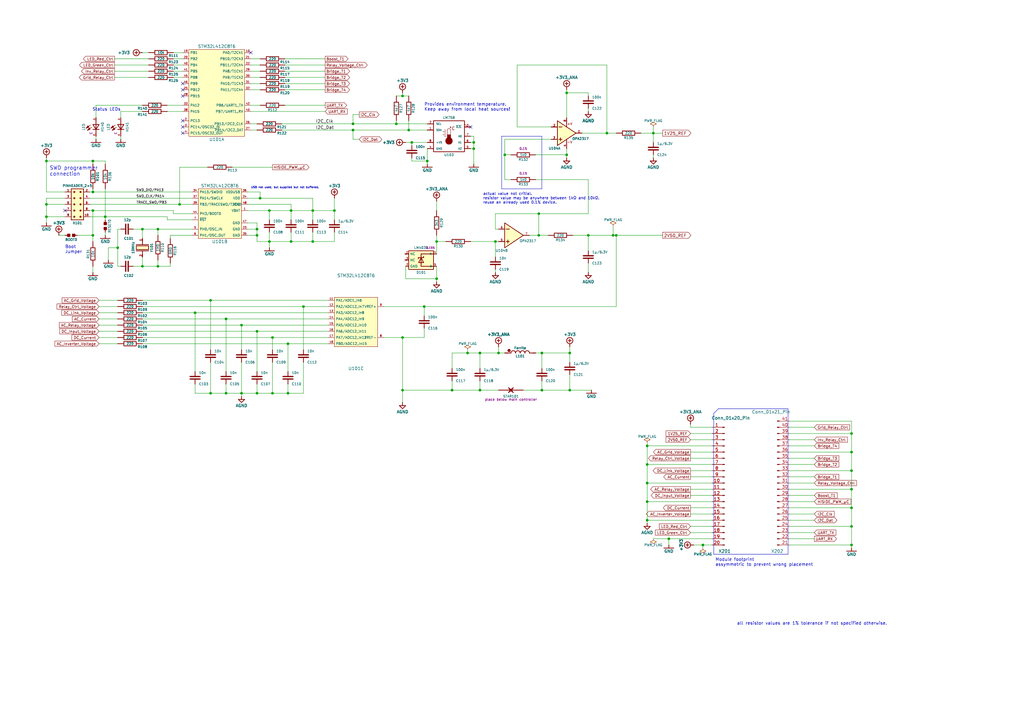
<source format=kicad_sch>
(kicad_sch (version 20230121) (generator eeschema)
  (paper "A3")
  (junction (at 19.05 88.9))
  (junction (at 119.38 86.36))
  (junction (at 165.1 138.43))
  (junction (at 349.25 208.28))
  (junction (at 58.42 109.22))
  (junction (at 110.49 99.06))
  (junction (at 165.1 39.37))
  (junction (at 111.76 161.29))
  (junction (at 43.18 88.9))
  (junction (at 241.3 96.52))
  (junction (at 232.41 38.1))
  (junction (at 92.71 130.81))
  (junction (at 349.25 200.66))
  (junction (at 265.43 213.36))
  (junction (at 179.07 114.3))
  (junction (at 86.36 161.29))
  (junction (at 128.27 86.36))
  (junction (at 64.77 109.22))
  (junction (at 232.41 63.5))
  (junction (at 349.25 177.8))
  (junction (at 111.76 138.43))
  (junction (at 119.38 99.06))
  (junction (at 38.1 96.52))
  (junction (at 106.68 81.28))
  (junction (at 175.26 66.04))
  (junction (at 173.99 125.73))
  (junction (at 86.36 123.19))
  (junction (at 220.98 96.52))
  (junction (at 118.11 161.29))
  (junction (at 196.85 144.78))
  (junction (at 233.68 160.02))
  (junction (at 191.77 144.78))
  (junction (at 105.41 161.29))
  (junction (at 222.25 160.02))
  (junction (at 48.26 101.6))
  (junction (at 251.46 96.52))
  (junction (at 105.41 93.98))
  (junction (at 128.27 99.06))
  (junction (at 73.66 83.82))
  (junction (at 222.25 144.78))
  (junction (at 265.43 182.88))
  (junction (at 194.31 58.42))
  (junction (at 288.29 223.52))
  (junction (at 137.16 86.36))
  (junction (at 349.25 215.9))
  (junction (at 99.06 161.29))
  (junction (at 118.11 140.97))
  (junction (at 58.42 93.98))
  (junction (at 248.92 54.61))
  (junction (at 265.43 205.74))
  (junction (at 99.06 133.35))
  (junction (at 110.49 86.36))
  (junction (at 162.56 50.8))
  (junction (at 38.1 78.74))
  (junction (at 349.25 223.52))
  (junction (at 80.01 128.27))
  (junction (at 38.1 86.36))
  (junction (at 105.41 135.89))
  (junction (at 203.2 99.06))
  (junction (at 92.71 161.29))
  (junction (at 179.07 99.06))
  (junction (at 265.43 190.5))
  (junction (at 165.1 160.02))
  (junction (at 207.01 63.5))
  (junction (at 233.68 144.78))
  (junction (at 274.32 220.98))
  (junction (at 265.43 198.12))
  (junction (at 19.05 83.82))
  (junction (at 185.42 160.02))
  (junction (at 19.05 66.04))
  (junction (at 124.46 125.73))
  (junction (at 194.31 60.96))
  (junction (at 196.85 160.02))
  (junction (at 349.25 193.04))
  (junction (at 220.98 87.63))
  (junction (at 252.73 96.52))
  (junction (at 144.78 50.8))
  (junction (at 267.97 54.61))
  (junction (at 38.1 66.04))
  (junction (at 64.77 93.98))
  (junction (at 144.78 53.34))
  (junction (at 349.25 185.42))
  (junction (at 105.41 96.52))
  (junction (at 168.91 58.42))
  (junction (at 204.47 144.78))
  (junction (at 167.64 53.34))
  (no_connect (at 74.93 34.29))
  (no_connect (at 74.93 54.61))
  (no_connect (at 102.87 21.59))
  (no_connect (at 193.04 52.07))
  (no_connect (at 74.93 52.07))
  (no_connect (at 26.67 86.36))
  (no_connect (at 74.93 39.37))
  (no_connect (at 74.93 49.53))
  (no_connect (at 74.93 36.83))
  (wire (pts (xy 99.06 133.35) (xy 99.06 143.51)))
  (wire (pts (xy 101.6 86.36) (xy 110.49 86.36)))
  (wire (pts (xy 241.3 107.95) (xy 241.3 111.76)))
  (wire (pts (xy 86.36 148.59) (xy 86.36 161.29)))
  (wire (pts (xy 49.53 55.88) (xy 49.53 57.15)))
  (polyline (pts (xy 205.74 77.47) (xy 222.25 77.47)))
  (wire (pts (xy 137.16 99.06) (xy 137.16 95.25)))
  (wire (pts (xy 349.25 177.8) (xy 349.25 185.42)))
  (wire (pts (xy 217.17 96.52) (xy 220.98 96.52)))
  (wire (pts (xy 43.18 88.9) (xy 68.58 88.9)))
  (wire (pts (xy 203.2 111.76) (xy 203.2 110.49)))
  (wire (pts (xy 58.42 43.18) (xy 39.37 43.18)))
  (wire (pts (xy 111.76 68.58) (xy 95.25 68.58)))
  (wire (pts (xy 252.73 96.52) (xy 251.46 96.52)))
  (wire (pts (xy 111.76 161.29) (xy 118.11 161.29)))
  (wire (pts (xy 39.37 55.88) (xy 39.37 57.15)))
  (wire (pts (xy 73.66 68.58) (xy 73.66 83.82)))
  (wire (pts (xy 40.64 130.81) (xy 48.26 130.81)))
  (wire (pts (xy 19.05 66.04) (xy 19.05 78.74)))
  (wire (pts (xy 173.99 125.73) (xy 252.73 125.73)))
  (wire (pts (xy 168.91 58.42) (xy 175.26 58.42)))
  (wire (pts (xy 105.41 91.44) (xy 105.41 93.98)))
  (wire (pts (xy 147.32 46.99) (xy 144.78 46.99)))
  (wire (pts (xy 168.91 64.77) (xy 168.91 66.04)))
  (wire (pts (xy 110.49 99.06) (xy 110.49 101.6)))
  (wire (pts (xy 71.12 87.63) (xy 78.74 87.63)))
  (wire (pts (xy 68.58 90.17) (xy 78.74 90.17)))
  (wire (pts (xy 283.21 173.99) (xy 283.21 175.26)))
  (wire (pts (xy 49.53 93.98) (xy 48.26 93.98)))
  (wire (pts (xy 19.05 81.28) (xy 19.05 83.82)))
  (wire (pts (xy 267.97 220.98) (xy 274.32 220.98)))
  (wire (pts (xy 219.71 144.78) (xy 222.25 144.78)))
  (wire (pts (xy 349.25 215.9) (xy 323.85 215.9)))
  (wire (pts (xy 133.35 24.13) (xy 116.84 24.13)))
  (wire (pts (xy 119.38 86.36) (xy 119.38 90.17)))
  (wire (pts (xy 283.21 210.82) (xy 292.1 210.82)))
  (wire (pts (xy 241.3 96.52) (xy 251.46 96.52)))
  (wire (pts (xy 102.87 34.29) (xy 106.68 34.29)))
  (wire (pts (xy 58.42 138.43) (xy 111.76 138.43)))
  (wire (pts (xy 233.68 160.02) (xy 233.68 153.67)))
  (wire (pts (xy 283.21 180.34) (xy 292.1 180.34)))
  (wire (pts (xy 40.64 140.97) (xy 48.26 140.97)))
  (wire (pts (xy 265.43 205.74) (xy 265.43 213.36)))
  (wire (pts (xy 232.41 60.96) (xy 232.41 63.5)))
  (wire (pts (xy 196.85 144.78) (xy 204.47 144.78)))
  (wire (pts (xy 69.85 109.22) (xy 69.85 107.95)))
  (wire (pts (xy 19.05 88.9) (xy 19.05 91.44)))
  (wire (pts (xy 124.46 125.73) (xy 134.62 125.73)))
  (wire (pts (xy 58.42 135.89) (xy 105.41 135.89)))
  (wire (pts (xy 40.64 135.89) (xy 48.26 135.89)))
  (wire (pts (xy 68.58 45.72) (xy 74.93 45.72)))
  (wire (pts (xy 179.07 109.22) (xy 179.07 114.3)))
  (wire (pts (xy 323.85 190.5) (xy 334.01 190.5)))
  (wire (pts (xy 58.42 93.98) (xy 58.42 97.79)))
  (wire (pts (xy 175.26 66.04) (xy 175.26 67.31)))
  (wire (pts (xy 58.42 45.72) (xy 49.53 45.72)))
  (wire (pts (xy 144.78 53.34) (xy 167.64 53.34)))
  (wire (pts (xy 283.21 175.26) (xy 292.1 175.26)))
  (wire (pts (xy 60.96 29.21) (xy 46.99 29.21)))
  (wire (pts (xy 193.04 99.06) (xy 203.2 99.06)))
  (wire (pts (xy 194.31 58.42) (xy 194.31 55.88)))
  (wire (pts (xy 349.25 223.52) (xy 349.25 224.79)))
  (wire (pts (xy 207.01 63.5) (xy 209.55 63.5)))
  (polyline (pts (xy 222.25 77.47) (xy 222.25 55.88)))
  (wire (pts (xy 38.1 66.04) (xy 38.1 67.31)))
  (wire (pts (xy 105.41 157.48) (xy 105.41 161.29)))
  (polyline (pts (xy 323.215 227.33) (xy 292.735 227.33)))
  (wire (pts (xy 288.29 223.52) (xy 292.1 223.52)))
  (wire (pts (xy 92.71 157.48) (xy 92.71 161.29)))
  (wire (pts (xy 191.77 143.51) (xy 191.77 144.78)))
  (wire (pts (xy 36.83 88.9) (xy 43.18 88.9)))
  (wire (pts (xy 68.58 90.17) (xy 68.58 88.9)))
  (wire (pts (xy 185.42 160.02) (xy 185.42 156.21)))
  (wire (pts (xy 92.71 161.29) (xy 99.06 161.29)))
  (wire (pts (xy 58.42 128.27) (xy 80.01 128.27)))
  (wire (pts (xy 179.07 114.3) (xy 179.07 115.57)))
  (wire (pts (xy 241.3 87.63) (xy 220.98 87.63)))
  (wire (pts (xy 194.31 60.96) (xy 194.31 58.42)))
  (wire (pts (xy 99.06 148.59) (xy 99.06 161.29)))
  (wire (pts (xy 323.85 213.36) (xy 334.01 213.36)))
  (wire (pts (xy 323.85 210.82) (xy 334.01 210.82)))
  (wire (pts (xy 191.77 144.78) (xy 196.85 144.78)))
  (wire (pts (xy 267.97 58.42) (xy 267.97 54.61)))
  (wire (pts (xy 323.85 205.74) (xy 334.01 205.74)))
  (wire (pts (xy 64.77 93.98) (xy 78.74 93.98)))
  (wire (pts (xy 137.16 81.28) (xy 137.16 86.36)))
  (wire (pts (xy 262.89 54.61) (xy 267.97 54.61)))
  (wire (pts (xy 102.87 31.75) (xy 106.68 31.75)))
  (wire (pts (xy 323.85 223.52) (xy 349.25 223.52)))
  (wire (pts (xy 323.85 182.88) (xy 334.01 182.88)))
  (wire (pts (xy 203.2 105.41) (xy 203.2 99.06)))
  (wire (pts (xy 128.27 86.36) (xy 128.27 90.17)))
  (wire (pts (xy 38.1 109.22) (xy 38.1 111.76)))
  (wire (pts (xy 157.48 125.73) (xy 173.99 125.73)))
  (wire (pts (xy 185.42 144.78) (xy 185.42 151.13)))
  (wire (pts (xy 19.05 66.04) (xy 19.05 64.77)))
  (wire (pts (xy 99.06 161.29) (xy 99.06 162.56)))
  (wire (pts (xy 74.93 29.21) (xy 71.12 29.21)))
  (wire (pts (xy 265.43 213.36) (xy 265.43 214.63)))
  (wire (pts (xy 274.32 223.52) (xy 274.32 220.98)))
  (wire (pts (xy 99.06 133.35) (xy 134.62 133.35)))
  (wire (pts (xy 233.68 142.24) (xy 233.68 144.78)))
  (polyline (pts (xy 205.74 55.88) (xy 205.74 77.47)))
  (wire (pts (xy 144.78 50.8) (xy 162.56 50.8)))
  (wire (pts (xy 92.71 130.81) (xy 92.71 152.4)))
  (polyline (pts (xy 294.64 167.64) (xy 323.215 167.64)))
  (wire (pts (xy 48.26 125.73) (xy 40.64 125.73)))
  (wire (pts (xy 106.68 81.28) (xy 101.6 81.28)))
  (wire (pts (xy 265.43 182.88) (xy 265.43 190.5)))
  (wire (pts (xy 265.43 190.5) (xy 265.43 198.12)))
  (wire (pts (xy 124.46 125.73) (xy 124.46 143.51)))
  (wire (pts (xy 193.04 60.96) (xy 194.31 60.96)))
  (wire (pts (xy 175.26 60.96) (xy 175.26 66.04)))
  (wire (pts (xy 222.25 160.02) (xy 233.68 160.02)))
  (wire (pts (xy 118.11 140.97) (xy 134.62 140.97)))
  (wire (pts (xy 323.85 200.66) (xy 349.25 200.66)))
  (wire (pts (xy 207.01 57.15) (xy 207.01 63.5)))
  (wire (pts (xy 323.85 180.34) (xy 334.01 180.34)))
  (wire (pts (xy 26.67 83.82) (xy 19.05 83.82)))
  (wire (pts (xy 128.27 81.28) (xy 128.27 86.36)))
  (wire (pts (xy 323.85 187.96) (xy 334.01 187.96)))
  (wire (pts (xy 115.57 53.34) (xy 144.78 53.34)))
  (wire (pts (xy 179.07 99.06) (xy 179.07 104.14)))
  (wire (pts (xy 204.47 93.98) (xy 203.2 93.98)))
  (wire (pts (xy 168.91 59.69) (xy 168.91 58.42)))
  (wire (pts (xy 31.75 96.52) (xy 38.1 96.52)))
  (wire (pts (xy 99.06 161.29) (xy 105.41 161.29)))
  (wire (pts (xy 234.95 96.52) (xy 241.3 96.52)))
  (wire (pts (xy 38.1 78.74) (xy 78.74 78.74)))
  (wire (pts (xy 323.85 195.58) (xy 334.01 195.58)))
  (polyline (pts (xy 323.215 167.64) (xy 323.215 227.33)))
  (wire (pts (xy 323.85 218.44) (xy 334.01 218.44)))
  (wire (pts (xy 179.07 96.52) (xy 179.07 99.06)))
  (wire (pts (xy 207.01 57.15) (xy 226.06 57.15)))
  (wire (pts (xy 349.25 193.04) (xy 349.25 200.66)))
  (wire (pts (xy 111.76 138.43) (xy 134.62 138.43)))
  (wire (pts (xy 241.3 44.45) (xy 241.3 45.72)))
  (wire (pts (xy 323.85 220.98) (xy 334.01 220.98)))
  (wire (pts (xy 162.56 49.53) (xy 162.56 50.8)))
  (wire (pts (xy 80.01 161.29) (xy 80.01 157.48)))
  (wire (pts (xy 185.42 144.78) (xy 191.77 144.78)))
  (wire (pts (xy 144.78 57.15) (xy 144.78 53.34)))
  (wire (pts (xy 58.42 109.22) (xy 64.77 109.22)))
  (wire (pts (xy 86.36 123.19) (xy 86.36 143.51)))
  (wire (pts (xy 36.83 78.74) (xy 38.1 78.74)))
  (wire (pts (xy 48.26 101.6) (xy 48.26 109.22)))
  (wire (pts (xy 349.25 215.9) (xy 349.25 223.52)))
  (wire (pts (xy 283.21 203.2) (xy 292.1 203.2)))
  (wire (pts (xy 116.84 29.21) (xy 133.35 29.21)))
  (wire (pts (xy 196.85 151.13) (xy 196.85 144.78)))
  (wire (pts (xy 43.18 95.25) (xy 43.18 96.52)))
  (wire (pts (xy 38.1 86.36) (xy 38.1 96.52)))
  (wire (pts (xy 204.47 142.24) (xy 204.47 144.78)))
  (wire (pts (xy 106.68 26.67) (xy 102.87 26.67)))
  (wire (pts (xy 26.67 81.28) (xy 19.05 81.28)))
  (wire (pts (xy 49.53 45.72) (xy 49.53 48.26)))
  (wire (pts (xy 119.38 86.36) (xy 110.49 86.36)))
  (wire (pts (xy 292.1 182.88) (xy 265.43 182.88)))
  (wire (pts (xy 101.6 91.44) (xy 105.41 91.44)))
  (wire (pts (xy 233.68 144.78) (xy 233.68 148.59)))
  (wire (pts (xy 212.09 26.67) (xy 248.92 26.67)))
  (wire (pts (xy 232.41 36.83) (xy 232.41 38.1)))
  (wire (pts (xy 219.71 73.66) (xy 241.3 73.66)))
  (wire (pts (xy 80.01 128.27) (xy 80.01 152.4)))
  (wire (pts (xy 26.67 88.9) (xy 19.05 88.9)))
  (wire (pts (xy 283.21 193.04) (xy 292.1 193.04)))
  (wire (pts (xy 110.49 95.25) (xy 110.49 99.06)))
  (wire (pts (xy 232.41 63.5) (xy 232.41 64.77)))
  (wire (pts (xy 283.21 195.58) (xy 292.1 195.58)))
  (wire (pts (xy 116.84 31.75) (xy 133.35 31.75)))
  (wire (pts (xy 106.68 24.13) (xy 102.87 24.13)))
  (wire (pts (xy 173.99 138.43) (xy 173.99 134.62)))
  (wire (pts (xy 193.04 58.42) (xy 194.31 58.42)))
  (wire (pts (xy 265.43 198.12) (xy 292.1 198.12)))
  (wire (pts (xy 105.41 99.06) (xy 110.49 99.06)))
  (wire (pts (xy 323.85 175.26) (xy 334.01 175.26)))
  (wire (pts (xy 283.21 185.42) (xy 292.1 185.42)))
  (wire (pts (xy 241.3 38.1) (xy 232.41 38.1)))
  (wire (pts (xy 69.85 96.52) (xy 69.85 97.79)))
  (wire (pts (xy 203.2 93.98) (xy 203.2 87.63)))
  (wire (pts (xy 207.01 63.5) (xy 207.01 73.66)))
  (wire (pts (xy 128.27 86.36) (xy 137.16 86.36)))
  (wire (pts (xy 165.1 160.02) (xy 165.1 165.1)))
  (wire (pts (xy 167.64 53.34) (xy 175.26 53.34)))
  (wire (pts (xy 283.21 218.44) (xy 292.1 218.44)))
  (wire (pts (xy 71.12 86.36) (xy 71.12 87.63)))
  (wire (pts (xy 165.1 138.43) (xy 173.99 138.43)))
  (wire (pts (xy 267.97 54.61) (xy 271.78 54.61)))
  (wire (pts (xy 119.38 99.06) (xy 128.27 99.06)))
  (wire (pts (xy 267.97 64.77) (xy 267.97 63.5)))
  (wire (pts (xy 58.42 105.41) (xy 58.42 109.22)))
  (wire (pts (xy 115.57 50.8) (xy 144.78 50.8)))
  (wire (pts (xy 166.37 58.42) (xy 168.91 58.42)))
  (wire (pts (xy 288.29 223.52) (xy 288.29 224.79)))
  (wire (pts (xy 252.73 96.52) (xy 252.73 125.73)))
  (wire (pts (xy 233.68 160.02) (xy 242.57 160.02)))
  (wire (pts (xy 323.85 193.04) (xy 349.25 193.04)))
  (wire (pts (xy 241.3 39.37) (xy 241.3 38.1)))
  (wire (pts (xy 179.07 114.3) (xy 166.37 114.3)))
  (wire (pts (xy 267.97 52.07) (xy 267.97 54.61)))
  (wire (pts (xy 64.77 106.68) (xy 64.77 109.22)))
  (wire (pts (xy 105.41 93.98) (xy 105.41 96.52)))
  (wire (pts (xy 36.83 83.82) (xy 73.66 83.82)))
  (wire (pts (xy 78.74 96.52) (xy 69.85 96.52)))
  (wire (pts (xy 54.61 93.98) (xy 58.42 93.98)))
  (wire (pts (xy 119.38 83.82) (xy 119.38 86.36)))
  (wire (pts (xy 74.93 31.75) (xy 71.12 31.75)))
  (wire (pts (xy 101.6 78.74) (xy 106.68 78.74)))
  (wire (pts (xy 105.41 135.89) (xy 134.62 135.89)))
  (wire (pts (xy 179.07 99.06) (xy 182.88 99.06)))
  (wire (pts (xy 38.1 96.52) (xy 38.1 99.06)))
  (wire (pts (xy 222.25 144.78) (xy 222.25 151.13)))
  (wire (pts (xy 165.1 39.37) (xy 165.1 38.1)))
  (wire (pts (xy 232.41 38.1) (xy 232.41 48.26)))
  (wire (pts (xy 92.71 130.81) (xy 134.62 130.81)))
  (wire (pts (xy 24.13 96.52) (xy 26.67 96.52)))
  (wire (pts (xy 106.68 43.18) (xy 102.87 43.18)))
  (wire (pts (xy 349.25 172.72) (xy 349.25 177.8)))
  (wire (pts (xy 265.43 205.74) (xy 292.1 205.74)))
  (wire (pts (xy 86.36 161.29) (xy 92.71 161.29)))
  (wire (pts (xy 349.25 185.42) (xy 349.25 193.04)))
  (wire (pts (xy 349.25 208.28) (xy 349.25 215.9)))
  (wire (pts (xy 147.32 57.15) (xy 144.78 57.15)))
  (wire (pts (xy 128.27 99.06) (xy 128.27 95.25)))
  (wire (pts (xy 323.85 198.12) (xy 334.01 198.12)))
  (wire (pts (xy 128.27 81.28) (xy 106.68 81.28)))
  (wire (pts (xy 101.6 96.52) (xy 105.41 96.52)))
  (wire (pts (xy 60.96 26.67) (xy 46.99 26.67)))
  (wire (pts (xy 323.85 172.72) (xy 349.25 172.72)))
  (wire (pts (xy 102.87 53.34) (xy 105.41 53.34)))
  (wire (pts (xy 111.76 148.59) (xy 111.76 161.29)))
  (wire (pts (xy 38.1 86.36) (xy 71.12 86.36)))
  (wire (pts (xy 105.41 135.89) (xy 105.41 152.4)))
  (wire (pts (xy 323.85 185.42) (xy 349.25 185.42)))
  (polyline (pts (xy 222.25 55.88) (xy 205.74 55.88)))
  (wire (pts (xy 248.92 54.61) (xy 252.73 54.61)))
  (wire (pts (xy 58.42 123.19) (xy 86.36 123.19)))
  (wire (pts (xy 204.47 144.78) (xy 207.01 144.78)))
  (wire (pts (xy 251.46 92.71) (xy 251.46 96.52)))
  (wire (pts (xy 284.48 223.52) (xy 288.29 223.52)))
  (wire (pts (xy 144.78 46.99) (xy 144.78 50.8)))
  (wire (pts (xy 106.68 78.74) (xy 106.68 81.28)))
  (wire (pts (xy 252.73 96.52) (xy 271.78 96.52)))
  (wire (pts (xy 86.36 123.19) (xy 134.62 123.19)))
  (wire (pts (xy 323.85 208.28) (xy 349.25 208.28)))
  (wire (pts (xy 73.66 83.82) (xy 78.74 83.82)))
  (wire (pts (xy 323.85 203.2) (xy 334.01 203.2)))
  (wire (pts (xy 207.01 73.66) (xy 209.55 73.66)))
  (wire (pts (xy 119.38 99.06) (xy 119.38 95.25)))
  (wire (pts (xy 214.63 160.02) (xy 222.25 160.02)))
  (wire (pts (xy 248.92 26.67) (xy 248.92 54.61)))
  (wire (pts (xy 40.64 123.19) (xy 48.26 123.19)))
  (wire (pts (xy 19.05 83.82) (xy 19.05 88.9)))
  (wire (pts (xy 58.42 140.97) (xy 118.11 140.97)))
  (wire (pts (xy 43.18 77.47) (xy 43.18 88.9)))
  (polyline (pts (xy 292.735 169.545) (xy 294.64 167.64)))
  (wire (pts (xy 118.11 140.97) (xy 118.11 152.4)))
  (wire (pts (xy 137.16 86.36) (xy 137.16 90.17)))
  (wire (pts (xy 68.58 43.18) (xy 74.93 43.18)))
  (wire (pts (xy 179.07 82.55) (xy 179.07 86.36)))
  (wire (pts (xy 74.93 24.13) (xy 71.12 24.13)))
  (wire (pts (xy 116.84 34.29) (xy 133.35 34.29)))
  (wire (pts (xy 110.49 86.36) (xy 110.49 90.17)))
  (wire (pts (xy 283.21 187.96) (xy 292.1 187.96)))
  (wire (pts (xy 165.1 160.02) (xy 185.42 160.02)))
  (wire (pts (xy 119.38 86.36) (xy 128.27 86.36)))
  (wire (pts (xy 196.85 160.02) (xy 204.47 160.02)))
  (wire (pts (xy 194.31 67.31) (xy 194.31 60.96)))
  (wire (pts (xy 101.6 83.82) (xy 119.38 83.82)))
  (wire (pts (xy 203.2 99.06) (xy 204.47 99.06)))
  (wire (pts (xy 283.21 208.28) (xy 292.1 208.28)))
  (wire (pts (xy 102.87 36.83) (xy 106.68 36.83)))
  (wire (pts (xy 102.87 29.21) (xy 106.68 29.21)))
  (wire (pts (xy 105.41 96.52) (xy 105.41 99.06)))
  (wire (pts (xy 64.77 109.22) (xy 69.85 109.22)))
  (wire (pts (xy 26.67 78.74) (xy 19.05 78.74)))
  (wire (pts (xy 283.21 200.66) (xy 292.1 200.66)))
  (wire (pts (xy 222.25 160.02) (xy 222.25 156.21)))
  (wire (pts (xy 110.49 99.06) (xy 119.38 99.06)))
  (wire (pts (xy 265.43 190.5) (xy 292.1 190.5)))
  (wire (pts (xy 349.25 200.66) (xy 349.25 208.28)))
  (wire (pts (xy 219.71 63.5) (xy 232.41 63.5)))
  (wire (pts (xy 265.43 198.12) (xy 265.43 205.74)))
  (wire (pts (xy 133.35 26.67) (xy 116.84 26.67)))
  (wire (pts (xy 43.18 88.9) (xy 43.18 90.17)))
  (wire (pts (xy 71.12 21.59) (xy 74.93 21.59)))
  (wire (pts (xy 194.31 55.88) (xy 193.04 55.88)))
  (wire (pts (xy 162.56 50.8) (xy 175.26 50.8)))
  (wire (pts (xy 220.98 96.52) (xy 224.79 96.52)))
  (polyline (pts (xy 292.735 169.545) (xy 292.735 227.33)))
  (wire (pts (xy 116.84 36.83) (xy 133.35 36.83)))
  (wire (pts (xy 19.05 66.04) (xy 38.1 66.04)))
  (wire (pts (xy 118.11 161.29) (xy 118.11 157.48)))
  (wire (pts (xy 48.26 109.22) (xy 49.53 109.22)))
  (wire (pts (xy 58.42 125.73) (xy 124.46 125.73)))
  (wire (pts (xy 185.42 160.02) (xy 196.85 160.02)))
  (wire (pts (xy 167.64 49.53) (xy 167.64 53.34)))
  (wire (pts (xy 133.35 43.18) (xy 116.84 43.18)))
  (wire (pts (xy 118.11 161.29) (xy 124.46 161.29)))
  (wire (pts (xy 43.18 66.04) (xy 38.1 66.04)))
  (wire (pts (xy 101.6 93.98) (xy 105.41 93.98)))
  (wire (pts (xy 166.37 114.3) (xy 166.37 109.22)))
  (wire (pts (xy 226.06 52.07) (xy 212.09 52.07)))
  (wire (pts (xy 80.01 128.27) (xy 134.62 128.27)))
  (wire (pts (xy 36.83 86.36) (xy 38.1 86.36)))
  (wire (pts (xy 38.1 77.47) (xy 38.1 78.74)))
  (wire (pts (xy 60.96 31.75) (xy 46.99 31.75)))
  (wire (pts (xy 58.42 133.35) (xy 99.06 133.35)))
  (wire (pts (xy 241.3 96.52) (xy 241.3 102.87)))
  (wire (pts (xy 196.85 160.02) (xy 196.85 156.21)))
  (wire (pts (xy 40.64 133.35) (xy 48.26 133.35)))
  (wire (pts (xy 165.1 39.37) (xy 162.56 39.37)))
  (wire (pts (xy 39.37 43.18) (xy 39.37 48.26)))
  (wire (pts (xy 168.91 66.04) (xy 175.26 66.04)))
  (wire (pts (xy 36.83 81.28) (xy 78.74 81.28)))
  (wire (pts (xy 111.76 138.43) (xy 111.76 143.51)))
  (wire (pts (xy 44.45 106.68) (xy 44.45 101.6)))
  (wire (pts (xy 265.43 213.36) (xy 292.1 213.36)))
  (wire (pts (xy 203.2 87.63) (xy 220.98 87.63)))
  (wire (pts (xy 157.48 138.43) (xy 165.1 138.43)))
  (wire (pts (xy 241.3 73.66) (xy 241.3 87.63)))
  (wire (pts (xy 80.01 161.29) (xy 86.36 161.29)))
  (wire (pts (xy 173.99 125.73) (xy 173.99 129.54)))
  (wire (pts (xy 323.85 177.8) (xy 349.25 177.8)))
  (wire (pts (xy 48.26 93.98) (xy 48.26 101.6)))
  (wire (pts (xy 274.32 220.98) (xy 292.1 220.98)))
  (wire (pts (xy 74.93 26.67) (xy 71.12 26.67)))
  (wire (pts (xy 124.46 161.29) (xy 124.46 148.59)))
  (wire (pts (xy 102.87 50.8) (xy 105.41 50.8)))
  (wire (pts (xy 44.45 101.6) (xy 48.26 101.6)))
  (wire (pts (xy 40.64 138.43) (xy 48.26 138.43)))
  (wire (pts (xy 167.64 39.37) (xy 165.1 39.37)))
  (wire (pts (xy 58.42 21.59) (xy 60.96 21.59)))
  (wire (pts (xy 105.41 161.29) (xy 111.76 161.29)))
  (wire (pts (xy 128.27 99.06) (xy 137.16 99.06)))
  (wire (pts (xy 73.66 68.58) (xy 85.09 68.58)))
  (wire (pts (xy 58.42 93.98) (xy 64.77 93.98)))
  (wire (pts (xy 64.77 93.98) (xy 64.77 96.52)))
  (wire (pts (xy 133.35 45.72) (xy 102.87 45.72)))
  (wire (pts (xy 283.21 177.8) (xy 292.1 177.8)))
  (wire (pts (xy 58.42 130.81) (xy 92.71 130.81)))
  (wire (pts (xy 222.25 144.78) (xy 233.68 144.78)))
  (wire (pts (xy 283.21 215.9) (xy 292.1 215.9)))
  (wire (pts (xy 220.98 87.63) (xy 220.98 96.52)))
  (polyline (pts (xy 294.64 167.64) (xy 294.64 167.64)))
  (wire (pts (xy 60.96 24.13) (xy 46.99 24.13)))
  (wire (pts (xy 212.09 52.07) (xy 212.09 26.67)))
  (wire (pts (xy 165.1 138.43) (xy 165.1 160.02)))
  (wire (pts (xy 43.18 67.31) (xy 43.18 66.04)))
  (wire (pts (xy 265.43 181.61) (xy 265.43 182.88)))
  (wire (pts (xy 40.64 128.27) (xy 48.26 128.27)))
  (wire (pts (xy 238.76 54.61) (xy 248.92 54.61)))
  (wire (pts (xy 54.61 109.22) (xy 58.42 109.22)))
  (text "SWD programmer\nconnection" (at 20.32 72.39 0) (effects (font (size 1.524 1.524)) (justify left bottom)))
  (text "Provides environment temperature.\nKeep away from local heat sources!" (at 173.99 45.72 0) (effects (font (size 1.27 1.27)) (justify left bottom)))
  (text "USB not used, but supplied but not buffered." (at 102.87 77.47 0) (effects (font (size 0.8 0.8)) (justify left bottom)))
  (text "Module footprint\nassymmetric to prevent wrong placement\n" (at 293.37 232.41 0) (effects (font (size 1.27 1.27)) (justify left bottom)))
  (text "Status LEDs" (at 49.53 45.72 0) (effects (font (size 1.27 1.27)) (justify right bottom)))
  (text "Boot\nJumper" (at 26.67 104.14 0) (effects (font (size 1.27 1.27)) (justify left bottom)))
  (text "all resistor values are 1% tolerance if not specified otherwise." (at 302.26 256.54 0) (effects (font (size 1.27 1.27)) (justify left bottom)))
  (text "actual value not critial.\nresistor value may be anywhere between 1kΩ and 10kΩ.\nreuse an already used 0.1 % device." (at 198.12 83.82 0) (effects (font (size 1.1 1.1)) (justify left bottom)))
  (label "SWD_DIO{slash}PA13" (at 55.88 78.74 0) (effects (font (size 0.9906 0.9906))))
  (label "I2C_Dat" (at 129.54 53.34 0))
  (label "TRACE_SWO{slash}PB3" (at 55.88 83.82 0) (effects (font (size 0.9906 0.9906))))
  (label "I2C_Clk" (at 129.54 50.8 0))
  (label "SWD_CLK{slash}PA14" (at 55.88 81.28 0) (effects (font (size 0.9906 0.9906))))
  (global_label "UART_TX" (shape output) (at 133.35 43.18 0) (effects (font (size 1.1 1.1))) (property "Intersheetrefs" "${INTERSHEET_REFS}" (effects hide)))
  (global_label "DC_Input_Voltage" (shape output) (at 283.21 203.2 180) (effects (font (size 1.1 1.1))) (property "Intersheetrefs" "${INTERSHEET_REFS}" (effects hide)))
  (global_label "Grid_Relay_Ctrl" (shape output) (at 46.99 31.75 180) (effects (font (size 1.1 1.1))) (property "Intersheetrefs" "${INTERSHEET_REFS}" (effects hide)))
  (global_label "AC_Grid_Voltage" (shape output) (at 283.21 185.42 180) (effects (font (size 1.1 1.1))) (property "Intersheetrefs" "${INTERSHEET_REFS}" (effects hide)))
  (global_label "Bridge_T1" (shape output) (at 133.35 29.21 0) (effects (font (size 1.1 1.1))) (property "Intersheetrefs" "${INTERSHEET_REFS}" (effects hide)))
  (global_label "Bridge_T4" (shape output) (at 133.35 36.83 0) (effects (font (size 1.1 1.1))) (property "Intersheetrefs" "${INTERSHEET_REFS}" (effects hide)))
  (global_label "Relay_Voltage_Ctrl" (shape input) (at 334.01 198.12 0) (effects (font (size 1.1 1.1))) (property "Intersheetrefs" "${INTERSHEET_REFS}" (effects hide)))
  (global_label "I2C_Dat" (shape bidirectional) (at 334.01 213.36 0) (effects (font (size 1.1 1.1))) (property "Intersheetrefs" "${INTERSHEET_REFS}" (effects hide)))
  (global_label "LED_Red_Ctrl" (shape input) (at 283.21 215.9 180) (effects (font (size 1.1 1.1))) (property "Intersheetrefs" "${INTERSHEET_REFS}" (effects hide)))
  (global_label "UART_RX" (shape output) (at 334.01 220.98 0) (effects (font (size 1.1 1.1))) (property "Intersheetrefs" "${INTERSHEET_REFS}" (effects hide)))
  (global_label "Bridge_T2" (shape input) (at 334.01 190.5 0) (effects (font (size 1.1 1.1))) (property "Intersheetrefs" "${INTERSHEET_REFS}" (effects hide)))
  (global_label "DC_Current" (shape input) (at 40.64 138.43 180) (effects (font (size 1.1 1.1))) (property "Intersheetrefs" "${INTERSHEET_REFS}" (effects hide)))
  (global_label "AC_Relay_Voltage" (shape input) (at 40.64 133.35 180) (effects (font (size 1.1 1.1))) (property "Intersheetrefs" "${INTERSHEET_REFS}" (effects hide)))
  (global_label "Inv_Relay_Ctrl" (shape input) (at 334.01 180.34 0) (effects (font (size 1.1 1.1))) (property "Intersheetrefs" "${INTERSHEET_REFS}" (effects hide)))
  (global_label "I2C_Dat" (shape bidirectional) (at 147.32 57.15 0) (effects (font (size 1.1 1.1))) (property "Intersheetrefs" "${INTERSHEET_REFS}" (effects hide)))
  (global_label "DC_Input_Voltage" (shape input) (at 40.64 135.89 180) (effects (font (size 1.1 1.1))) (property "Intersheetrefs" "${INTERSHEET_REFS}" (effects hide)))
  (global_label "Bridge_T3" (shape output) (at 133.35 34.29 0) (effects (font (size 1.1 1.1))) (property "Intersheetrefs" "${INTERSHEET_REFS}" (effects hide)))
  (global_label "2V50_REF" (shape input) (at 283.21 180.34 180) (effects (font (size 1.1 1.1))) (property "Intersheetrefs" "${INTERSHEET_REFS}" (effects hide)))
  (global_label "HISIDE_PWM_µC" (shape input) (at 334.01 205.74 0) (effects (font (size 1.1 1.1))) (property "Intersheetrefs" "${INTERSHEET_REFS}" (effects hide)))
  (global_label "Inv_Relay_Ctrl" (shape output) (at 46.99 29.21 180) (effects (font (size 1.1 1.1))) (property "Intersheetrefs" "${INTERSHEET_REFS}" (effects hide)))
  (global_label "Boost_T1" (shape output) (at 133.35 24.13 0) (effects (font (size 1.1 1.1))) (property "Intersheetrefs" "${INTERSHEET_REFS}" (effects hide)))
  (global_label "UART_TX" (shape input) (at 334.01 218.44 0) (effects (font (size 1.1 1.1))) (property "Intersheetrefs" "${INTERSHEET_REFS}" (effects hide)))
  (global_label "2V50_REF" (shape output) (at 271.78 96.52 0) (property "Intersheetrefs" "${INTERSHEET_REFS}" (effects hide)))
  (global_label "Bridge_T3" (shape input) (at 334.01 187.96 0) (effects (font (size 1.1 1.1))) (property "Intersheetrefs" "${INTERSHEET_REFS}" (effects hide)))
  (global_label "Bridge_T1" (shape input) (at 334.01 195.58 0) (effects (font (size 1.1 1.1))) (property "Intersheetrefs" "${INTERSHEET_REFS}" (effects hide)))
  (global_label "LED_Red_Ctrl" (shape output) (at 46.99 24.13 180) (effects (font (size 1.1 1.1))) (property "Intersheetrefs" "${INTERSHEET_REFS}" (effects hide)))
  (global_label "Boost_T1" (shape input) (at 334.01 203.2 0) (effects (font (size 1.1 1.1))) (property "Intersheetrefs" "${INTERSHEET_REFS}" (effects hide)))
  (global_label "LED_Green_Ctrl" (shape input) (at 283.21 218.44 180) (effects (font (size 1.1 1.1))) (property "Intersheetrefs" "${INTERSHEET_REFS}" (effects hide)))
  (global_label "DC_Current" (shape output) (at 283.21 208.28 180) (effects (font (size 1.1 1.1))) (property "Intersheetrefs" "${INTERSHEET_REFS}" (effects hide)))
  (global_label "Grid_Relay_Ctrl" (shape input) (at 334.01 175.26 0) (effects (font (size 1.1 1.1))) (property "Intersheetrefs" "${INTERSHEET_REFS}" (effects hide)))
  (global_label "UART_RX" (shape input) (at 133.35 45.72 0) (effects (font (size 1.1 1.1))) (property "Intersheetrefs" "${INTERSHEET_REFS}" (effects hide)))
  (global_label "1V25_REF" (shape output) (at 271.78 54.61 0) (property "Intersheetrefs" "${INTERSHEET_REFS}" (effects hide)))
  (global_label "AC_Relay_Voltage" (shape output) (at 283.21 200.66 180) (effects (font (size 1.1 1.1))) (property "Intersheetrefs" "${INTERSHEET_REFS}" (effects hide)))
  (global_label "DC_Link_Voltage" (shape output) (at 283.21 193.04 180) (effects (font (size 1.1 1.1))) (property "Intersheetrefs" "${INTERSHEET_REFS}" (effects hide)))
  (global_label "Bridge_T4" (shape input) (at 334.01 182.88 0) (effects (font (size 1.1 1.1))) (property "Intersheetrefs" "${INTERSHEET_REFS}" (effects hide)))
  (global_label "AC_Grid_Voltage" (shape input) (at 40.64 123.19 180) (effects (font (size 1.1 1.1))) (property "Intersheetrefs" "${INTERSHEET_REFS}" (effects hide)))
  (global_label "DC_Link_Voltage" (shape input) (at 40.64 128.27 180) (effects (font (size 1.1 1.1))) (property "Intersheetrefs" "${INTERSHEET_REFS}" (effects hide)))
  (global_label "HISIDE_PWM_µC" (shape output) (at 111.76 68.58 0) (effects (font (size 1.1 1.1))) (property "Intersheetrefs" "${INTERSHEET_REFS}" (effects hide)))
  (global_label "Relay_Ctrl_Voltage" (shape output) (at 283.21 187.96 180) (effects (font (size 1.1 1.1))) (property "Intersheetrefs" "${INTERSHEET_REFS}" (effects hide)))
  (global_label "AC_Inverter_Voltage" (shape output) (at 283.21 210.82 180) (effects (font (size 1.1 1.1))) (property "Intersheetrefs" "${INTERSHEET_REFS}" (effects hide)))
  (global_label "Bridge_T2" (shape output) (at 133.35 31.75 0) (effects (font (size 1.1 1.1))) (property "Intersheetrefs" "${INTERSHEET_REFS}" (effects hide)))
  (global_label "I2C_Clk" (shape output) (at 147.32 46.99 0) (effects (font (size 1.1 1.1))) (property "Intersheetrefs" "${INTERSHEET_REFS}" (effects hide)))
  (global_label "AC_Current" (shape input) (at 40.64 130.81 180) (effects (font (size 1.1 1.1))) (property "Intersheetrefs" "${INTERSHEET_REFS}" (effects hide)))
  (global_label "AC_Inverter_Voltage" (shape input) (at 40.64 140.97 180) (effects (font (size 1.1 1.1))) (property "Intersheetrefs" "${INTERSHEET_REFS}" (effects hide)))
  (global_label "1V25_REF" (shape input) (at 283.21 177.8 180) (effects (font (size 1.1 1.1))) (property "Intersheetrefs" "${INTERSHEET_REFS}" (effects hide)))
  (global_label "Relay_Voltage_Ctrl" (shape output) (at 133.35 26.67 0) (effects (font (size 1.1 1.1))) (property "Intersheetrefs" "${INTERSHEET_REFS}" (effects hide)))
  (global_label "LED_Green_Ctrl" (shape output) (at 46.99 26.67 180) (effects (font (size 1.1 1.1))) (property "Intersheetrefs" "${INTERSHEET_REFS}" (effects hide)))
  (global_label "AC_Current" (shape output) (at 283.21 195.58 180) (effects (font (size 1.1 1.1))) (property "Intersheetrefs" "${INTERSHEET_REFS}" (effects hide)))
  (global_label "I2C_Clk" (shape input) (at 334.01 210.82 0) (effects (font (size 1.1 1.1))) (property "Intersheetrefs" "${INTERSHEET_REFS}" (effects hide)))
  (global_label "Relay_Ctrl_Voltage" (shape input) (at 40.64 125.73 180) (effects (font (size 1.1 1.1))) (property "Intersheetrefs" "${INTERSHEET_REFS}" (effects hide)))
  (symbol (lib_id "OSSI_standard_components:+3V3_ANA") (at 179.07 82.55 0) (unit 1)
    (property "Reference" "#+3V3_ANA0101" (effects hide))
    (property "Value" "+3V3_ANA" (at 179.07 77.47 0) (effects (font (size 1.1938 1.1938) bold)))
  )
  (symbol (lib_id "OSSI_standard_components:Capacitor") (at 168.91 62.23 0) (unit 1)
    (property "Reference" "C115" (at 170.434 64.77 0) (effects (font (size 0.9906 0.9906)) (justify left)))
    (property "Value" "100n" (at 170.434 60.198 0) (effects (font (size 0.9906 0.9906)) (justify left)))
    (property "Footprint" "OSSI_standard_footprints:0603_W" (effects hide))
    (property "Tolerance" "%" (effects hide))
    (property "Manufacturer" "M" (effects hide))
    (property "Partnumber" "P" (effects hide))
    (property "Supplier" "S" (effects hide))
    (property "Order No." "O.No." (effects hide))
  )
  (symbol (lib_id "OSSI_standard_components:LED") (at 49.53 52.07 90) (mirror x) (unit 1)
    (property "Reference" "H141" (at 52.197 52.07 0) (effects (font (size 0.9906 0.9906))))
    (property "Value" "LED" (at 44.45 52.07 0) (effects (font (size 0.9906 0.9906))))
    (property "Footprint" "OSSI_standard_footprints:0603_W_LED" (effects hide))
    (property "Color" "C" (at 47.498 54.102 0) (effects (font (size 0.889 0.889)) (justify left)))
    (property "Manufacturer" "M" (effects hide))
    (property "Partnumber" "P" (effects hide))
    (property "Supplier" "S" (effects hide))
    (property "Order No." "O.No." (effects hide))
  )
  (symbol (lib_id "OSSI_standard_components:AGND") (at 265.43 214.63 0) (unit 1)
    (property "Reference" "#AGND0109" (effects hide))
    (property "Value" "AGND" (at 265.43 218.44 0) (effects (font (size 1.1938 1.1938) bold)))
  )
  (symbol (lib_id "OSSI_standard_components:Capacitor") (at 111.76 146.05 0) (unit 1)
    (property "Reference" "C109" (at 113.284 148.59 0) (effects (font (size 0.9906 0.9906)) (justify left)))
    (property "Value" "10n" (at 113.284 144.018 0) (effects (font (size 0.9906 0.9906)) (justify left)))
    (property "Footprint" "OSSI_standard_footprints:0603_W" (effects hide))
    (property "Tolerance" "%" (effects hide))
    (property "Manufacturer" "M" (effects hide))
    (property "Partnumber" "P" (effects hide))
    (property "Supplier" "S" (effects hide))
    (property "Order No." "O.No." (effects hide))
  )
  (symbol (lib_id "OSSI_standard_components:Resistor") (at 64.77 101.6 90) (mirror x) (unit 1)
    (property "Reference" "R110" (at 66.675 101.6 0) (effects (font (size 0.9906 0.9906))))
    (property "Value" "1M0" (at 64.77 101.6 0) (effects (font (size 0.9906 0.9906))))
    (property "Footprint" "OSSI_standard_footprints:0603_W" (effects hide))
    (property "Tolerance" "%" (effects hide))
    (property "Manufacturer" "M" (effects hide))
    (property "Partnumber" "P" (effects hide))
    (property "Supplier" "S" (effects hide))
    (property "Order No." "O.No." (effects hide))
  )
  (symbol (lib_id "OSSI_standard_components:PWR_FLAG") (at 265.43 181.61 0) (unit 1)
    (property "Reference" "#FLG0106" (effects hide))
    (property "Value" "PWR_FLAG" (at 265.43 179.07 0) (effects (font (size 0.9906 0.9906))))
  )
  (symbol (lib_id "OSSI_standard_components:+3V3") (at 137.16 81.28 0) (unit 1)
    (property "Reference" "#+3V0103" (effects hide))
    (property "Value" "+3V3" (at 137.16 76.2 0) (effects (font (size 1.1938 1.1938) bold)))
  )
  (symbol (lib_id "OSSI_standard_components:GND") (at 110.49 101.6 0) (unit 1)
    (property "Reference" "#GND0103" (effects hide))
    (property "Value" "GND" (at 110.49 104.14 0) (effects (font (size 1.1938 1.1938) bold)))
  )
  (symbol (lib_id "OSSI_standard_components:Resistor") (at 63.5 43.18 0) (mirror y) (unit 1)
    (property "Reference" "R140" (at 58.42 44.45 0) (effects (font (size 0.9906 0.9906))))
    (property "Value" "220" (at 63.5 43.18 0) (effects (font (size 0.9906 0.9906))))
    (property "Footprint" "OSSI_standard_footprints:0603_W" (effects hide))
    (property "Tolerance" "%" (effects hide))
    (property "Manufacturer" "M" (effects hide))
    (property "Partnumber" "P" (effects hide))
    (property "Supplier" "S" (effects hide))
    (property "Order No." "O.No." (effects hide))
  )
  (symbol (lib_id "OSSI_standard_components:Capacitor") (at 222.25 153.67 0) (unit 1)
    (property "Reference" "C120" (at 223.774 156.21 0) (effects (font (size 0.9906 0.9906)) (justify left)))
    (property "Value" "100n" (at 223.774 151.638 0) (effects (font (size 0.9906 0.9906)) (justify left)))
    (property "Footprint" "OSSI_standard_footprints:0603_W" (effects hide))
    (property "Tolerance" "%" (effects hide))
    (property "Manufacturer" "M" (effects hide))
    (property "Partnumber" "P" (effects hide))
    (property "Supplier" "S" (effects hide))
    (property "Order No." "O.No." (effects hide))
  )
  (symbol (lib_id "OSSI_standard_components:Resistor") (at 53.34 138.43 0) (unit 1)
    (property "Reference" "R107" (at 58.42 139.7 0) (effects (font (size 0.9906 0.9906))))
    (property "Value" "220" (at 53.34 138.43 0) (effects (font (size 0.9906 0.9906))))
    (property "Footprint" "OSSI_standard_footprints:0603_W" (effects hide))
    (property "Tolerance" "%" (effects hide))
    (property "Manufacturer" "M" (effects hide))
    (property "Partnumber" "P" (effects hide))
    (property "Supplier" "S" (effects hide))
    (property "Order No." "O.No." (effects hide))
  )
  (symbol (lib_id "OSSI_standard_components:GND") (at 39.37 57.15 0) (mirror y) (unit 1)
    (property "Reference" "#GND0108" (effects hide))
    (property "Value" "GND" (at 39.37 59.69 0) (effects (font (size 1.1938 1.1938) bold)))
  )
  (symbol (lib_id "OSSI_standard_components:Resistor") (at 38.1 104.14 270) (mirror x) (unit 1)
    (property "Reference" "R131" (at 36.195 104.14 0) (effects (font (size 0.9906 0.9906))))
    (property "Value" "10k" (at 38.1 104.14 0) (effects (font (size 0.9906 0.9906))))
    (property "Footprint" "OSSI_standard_footprints:0603_W" (effects hide))
    (property "Tolerance" "%" (effects hide))
    (property "Manufacturer" "M" (effects hide))
    (property "Partnumber" "P" (effects hide))
    (property "Supplier" "S" (effects hide))
    (property "Order No." "O.No." (effects hide))
  )
  (symbol (lib_id "OSSI_standard_components:DUAL_OPAMP") (at 209.55 96.52 0) (unit 2)
    (property "Reference" "U104" (at 208.28 102.743 0) (effects (font (size 0.9906 0.9906)) (justify right)))
    (property "Value" "OPA2317" (at 213.106 98.806 0) (effects (font (size 0.9906 0.9906)) (justify left)))
    (property "Footprint" "OSSI_standard_footprints:SOIC8" (effects hide))
    (property "Manufacturer" "M" (effects hide))
    (property "Partnumber" "P" (effects hide))
    (property "Supplier" "S" (effects hide))
    (property "Order No." "O.No." (effects hide))
  )
  (symbol (lib_id "OSSI_standard_components:Resistor") (at 111.76 31.75 0) (unit 1)
    (property "Reference" "R118" (at 116.84 33.02 0) (effects (font (size 0.9906 0.9906))))
    (property "Value" "220" (at 111.76 31.75 0) (effects (font (size 0.9906 0.9906))))
    (property "Footprint" "OSSI_standard_footprints:0603_W" (effects hide))
    (property "Tolerance" "%" (effects hide))
    (property "Manufacturer" "M" (effects hide))
    (property "Partnumber" "P" (effects hide))
    (property "Supplier" "S" (effects hide))
    (property "Order No." "O.No." (effects hide))
  )
  (symbol (lib_id "OSSI_standard_components:Resistor") (at 111.76 34.29 0) (unit 1)
    (property "Reference" "R119" (at 116.84 35.56 0) (effects (font (size 0.9906 0.9906))))
    (property "Value" "220" (at 111.76 34.29 0) (effects (font (size 0.9906 0.9906))))
    (property "Footprint" "OSSI_standard_footprints:0603_W" (effects hide))
    (property "Tolerance" "%" (effects hide))
    (property "Manufacturer" "M" (effects hide))
    (property "Partnumber" "P" (effects hide))
    (property "Supplier" "S" (effects hide))
    (property "Order No." "O.No." (effects hide))
  )
  (symbol (lib_id "OSSI_standard_components:AGND") (at 179.07 115.57 0) (unit 1)
    (property "Reference" "#AGND0103" (effects hide))
    (property "Value" "AGND" (at 179.07 119.38 0) (effects (font (size 1.1938 1.1938) bold)))
  )
  (symbol (lib_id "OSSI_standard_components:Capacitor") (at 124.46 146.05 0) (unit 1)
    (property "Reference" "C112" (at 125.984 148.59 0) (effects (font (size 0.9906 0.9906)) (justify left)))
    (property "Value" "10n" (at 125.984 144.018 0) (effects (font (size 0.9906 0.9906)) (justify left)))
    (property "Footprint" "OSSI_standard_footprints:0603_W" (effects hide))
    (property "Tolerance" "%" (effects hide))
    (property "Manufacturer" "M" (effects hide))
    (property "Partnumber" "P" (effects hide))
    (property "Supplier" "S" (effects hide))
    (property "Order No." "O.No." (effects hide))
  )
  (symbol (lib_id "STM32-L412:STM32L412C8T6") (at 88.9 38.1 0) (unit 1)
    (property "Reference" "U101" (at 88.9 57.15 0))
    (property "Value" "STM32L412C8T6" (at 88.9 19.05 0))
    (property "Footprint" "Package_QFP:LQFP-48_7x7mm_P0.5mm" (effects hide))
  )
  (symbol (lib_id "OSSI_standard_components:Capacitor") (at 110.49 92.71 0) (unit 1)
    (property "Reference" "C108" (at 112.014 95.25 0) (effects (font (size 0.9906 0.9906)) (justify left)))
    (property "Value" "100n" (at 112.014 90.678 0) (effects (font (size 0.9906 0.9906)) (justify left)))
    (property "Footprint" "OSSI_standard_footprints:0603_W" (effects hide))
    (property "Tolerance" "%" (effects hide))
    (property "Manufacturer" "M" (effects hide))
    (property "Partnumber" "P" (effects hide))
    (property "Supplier" "S" (effects hide))
    (property "Order No." "O.No." (effects hide))
  )
  (symbol (lib_id "OSSI_standard_components:Capacitor") (at 52.07 109.22 270) (mirror x) (unit 1)
    (property "Reference" "C102" (at 50.8 113.03 90) (effects (font (size 0.9906 0.9906)) (justify left)))
    (property "Value" "12p" (at 50.8 105.41 90) (effects (font (size 0.9906 0.9906)) (justify left)))
    (property "Footprint" "OSSI_standard_footprints:0603_W" (effects hide))
    (property "Tolerance" "%" (effects hide))
    (property "Manufacturer" "M" (effects hide))
    (property "Partnumber" "P" (effects hide))
    (property "Supplier" "S" (effects hide))
    (property "Order No." "O.No." (effects hide))
  )
  (symbol (lib_id "OSSI_standard_components:Resistor") (at 111.76 43.18 0) (unit 1)
    (property "Reference" "R112" (at 111.76 45.085 0) (effects (font (size 0.9906 0.9906))))
    (property "Value" "220" (at 111.76 43.18 0) (effects (font (size 0.9906 0.9906))))
    (property "Footprint" "OSSI_standard_footprints:0603_W" (effects hide))
    (property "Tolerance" "%" (effects hide))
    (property "Manufacturer" "M" (effects hide))
    (property "Partnumber" "P" (effects hide))
    (property "Supplier" "S" (effects hide))
    (property "Order No." "O.No." (effects hide))
  )
  (symbol (lib_id "OSSI_standard_components:+3V3_ANA") (at 204.47 142.24 0) (unit 1)
    (property "Reference" "#+3V3_ANA0102" (effects hide))
    (property "Value" "+3V3_ANA" (at 204.47 137.16 0) (effects (font (size 1.1938 1.1938) bold)))
  )
  (symbol (lib_id "OSSI_standard_components:GND") (at 49.53 57.15 0) (mirror y) (unit 1)
    (property "Reference" "#GND0107" (effects hide))
    (property "Value" "GND" (at 49.53 59.69 0) (effects (font (size 1.1938 1.1938) bold)))
  )
  (symbol (lib_id "OSSI_standard_components:Capacitor") (at 185.42 153.67 0) (unit 1)
    (property "Reference" "C117" (at 186.944 156.21 0) (effects (font (size 0.9906 0.9906)) (justify left)))
    (property "Value" "100n" (at 186.944 151.638 0) (effects (font (size 0.9906 0.9906)) (justify left)))
    (property "Footprint" "OSSI_standard_footprints:0603_W" (effects hide))
    (property "Tolerance" "%" (effects hide))
    (property "Manufacturer" "M" (effects hide))
    (property "Partnumber" "P" (effects hide))
    (property "Supplier" "S" (effects hide))
    (property "Order No." "O.No." (effects hide))
  )
  (symbol (lib_id "OSSI_standard_components:Capacitor") (at 118.11 154.94 0) (unit 1)
    (property "Reference" "C110" (at 119.634 157.48 0) (effects (font (size 0.9906 0.9906)) (justify left)))
    (property "Value" "10n" (at 119.634 152.908 0) (effects (font (size 0.9906 0.9906)) (justify left)))
    (property "Footprint" "OSSI_standard_footprints:0603_W" (effects hide))
    (property "Tolerance" "%" (effects hide))
    (property "Manufacturer" "M" (effects hide))
    (property "Partnumber" "P" (effects hide))
    (property "Supplier" "S" (effects hide))
    (property "Order No." "O.No." (effects hide))
  )
  (symbol (lib_id "OSSI_standard_components:Capacitor") (at 137.16 92.71 0) (unit 1)
    (property "Reference" "C114" (at 138.684 95.25 0) (effects (font (size 0.9906 0.9906)) (justify left)))
    (property "Value" "1µ/6.3V" (at 138.684 90.678 0) (effects (font (size 0.9906 0.9906)) (justify left)))
    (property "Footprint" "OSSI_standard_footprints:0805_W" (effects hide))
    (property "Tolerance" "%" (effects hide))
    (property "Manufacturer" "M" (effects hide))
    (property "Partnumber" "P" (effects hide))
    (property "Supplier" "S" (effects hide))
    (property "Order No." "O.No." (effects hide))
  )
  (symbol (lib_id "connectors:PINHEADER_2×5") (at 31.75 83.82 0) (unit 1)
    (property "Reference" "X101" (at 31.75 91.44 0) (effects (font (size 0.9906 0.9906))))
    (property "Value" "PINHEADER_2×5" (at 31.75 76.2 0) (effects (font (size 0.9906 0.9906))))
    (property "Footprint" "Connector_PinHeader_2.54mm:PinHeader_2x05_P2.54mm_Vertical" (effects hide))
    (property "Manufacturer" "M" (effects hide))
    (property "Partnumber" "P" (effects hide))
    (property "Supplier" "S" (effects hide))
    (property "Order No." "O.No." (effects hide))
  )
  (symbol (lib_id "OSSI_standard_components:Resistor") (at 53.34 128.27 0) (unit 1)
    (property "Reference" "R102" (at 58.42 129.54 0) (effects (font (size 0.9906 0.9906))))
    (property "Value" "220" (at 53.34 128.27 0) (effects (font (size 0.9906 0.9906))))
    (property "Footprint" "OSSI_standard_footprints:0603_W" (effects hide))
    (property "Tolerance" "%" (effects hide))
    (property "Manufacturer" "M" (effects hide))
    (property "Partnumber" "P" (effects hide))
    (property "Supplier" "S" (effects hide))
    (property "Order No." "O.No." (effects hide))
  )
  (symbol (lib_id "OSSI_standard_components:AGND") (at 165.1 165.1 0) (unit 1)
    (property "Reference" "#AGND0102" (effects hide))
    (property "Value" "AGND" (at 165.1 168.91 0) (effects (font (size 1.1938 1.1938) bold)))
  )
  (symbol (lib_id "OSSI_standard_components:GND") (at 38.1 111.76 0) (unit 1)
    (property "Reference" "#GND0111" (effects hide))
    (property "Value" "GND" (at 38.1 114.3 0) (effects (font (size 1.1938 1.1938) bold)))
  )
  (symbol (lib_id "OSSI_standard_components:Resistor") (at 110.49 50.8 0) (unit 1)
    (property "Reference" "R121" (at 115.57 52.07 0) (effects (font (size 0.9906 0.9906))))
    (property "Value" "220" (at 110.49 50.8 0) (effects (font (size 0.9906 0.9906))))
    (property "Footprint" "OSSI_standard_footprints:0603_W" (effects hide))
    (property "Tolerance" "%" (effects hide))
    (property "Manufacturer" "M" (effects hide))
    (property "Partnumber" "P" (effects hide))
    (property "Supplier" "S" (effects hide))
    (property "Order No." "O.No." (effects hide))
  )
  (symbol (lib_id "OSSI_standard_components:Capacitor") (at 241.3 105.41 0) (unit 1)
    (property "Reference" "C123" (at 242.824 107.95 0) (effects (font (size 0.9906 0.9906)) (justify left)))
    (property "Value" "1µ/6.3V" (at 242.824 103.378 0) (effects (font (size 0.9906 0.9906)) (justify left)))
    (property "Footprint" "OSSI_standard_footprints:0805_W" (effects hide))
    (property "Tolerance" "%" (effects hide))
    (property "Manufacturer" "M" (effects hide))
    (property "Partnumber" "P" (effects hide))
    (property "Supplier" "S" (effects hide))
    (property "Order No." "O.No." (effects hide))
  )
  (symbol (lib_id "OSSI_standard_components:Resistor") (at 229.87 96.52 0) (unit 1)
    (property "Reference" "R134" (at 229.87 98.425 0) (effects (font (size 0.9906 0.9906))))
    (property "Value" "220" (at 229.87 96.52 0) (effects (font (size 0.9906 0.9906))))
    (property "Footprint" "OSSI_standard_footprints:0603_W" (effects hide))
    (property "Tolerance" "%" (effects hide))
    (property "Manufacturer" "M" (effects hide))
    (property "Partnumber" "P" (effects hide))
    (property "Supplier" "S" (effects hide))
    (property "Order No." "O.No." (effects hide))
  )
  (symbol (lib_id "OSSI_standard_components:Resistor") (at 257.81 54.61 0) (unit 1)
    (property "Reference" "R135" (at 257.81 56.515 0) (effects (font (size 0.9906 0.9906))))
    (property "Value" "220" (at 257.81 54.61 0) (effects (font (size 0.9906 0.9906))))
    (property "Footprint" "OSSI_standard_footprints:0603_W" (effects hide))
    (property "Tolerance" "%" (effects hide))
    (property "Manufacturer" "M" (effects hide))
    (property "Partnumber" "P" (effects hide))
    (property "Supplier" "S" (effects hide))
    (property "Order No." "O.No." (effects hide))
  )
  (symbol (lib_id "OSSI_standard_components:Capacitor") (at 233.68 151.13 0) (unit 1)
    (property "Reference" "C121" (at 235.204 153.67 0) (effects (font (size 0.9906 0.9906)) (justify left)))
    (property "Value" "1µ/6.3V" (at 235.204 149.098 0) (effects (font (size 0.9906 0.9906)) (justify left)))
    (property "Footprint" "OSSI_standard_footprints:0805_W" (effects hide))
    (property "Tolerance" "%" (effects hide))
    (property "Manufacturer" "M" (effects hide))
    (property "Partnumber" "P" (effects hide))
    (property "Supplier" "S" (effects hide))
    (property "Order No." "O.No." (effects hide))
  )
  (symbol (lib_id "OSSI_standard_components:Capacitor") (at 173.99 132.08 0) (unit 1)
    (property "Reference" "C116" (at 175.514 134.62 0) (effects (font (size 0.9906 0.9906)) (justify left)))
    (property "Value" "100n" (at 175.514 130.048 0) (effects (font (size 0.9906 0.9906)) (justify left)))
    (property "Footprint" "OSSI_standard_footprints:0603_W" (effects hide))
    (property "Tolerance" "%" (effects hide))
    (property "Manufacturer" "M" (effects hide))
    (property "Partnumber" "P" (effects hide))
    (property "Supplier" "S" (effects hide))
    (property "Order No." "O.No." (effects hide))
  )
  (symbol (lib_id "OSSI_standard_components:Resistor") (at 66.04 29.21 0) (mirror y) (unit 1)
    (property "Reference" "R125" (at 71.12 30.48 0) (effects (font (size 0.9906 0.9906))))
    (property "Value" "220" (at 66.04 29.21 0) (effects (font (size 0.9906 0.9906))))
    (property "Footprint" "OSSI_standard_footprints:0603_W" (effects hide))
    (property "Tolerance" "%" (effects hide))
    (property "Manufacturer" "M" (effects hide))
    (property "Partnumber" "P" (effects hide))
    (property "Supplier" "S" (effects hide))
    (property "Order No." "O.No." (effects hide))
  )
  (symbol (lib_id "OSSI_standard_components:+3V3") (at 58.42 21.59 90) (unit 1)
    (property "Reference" "#+3V0102" (effects hide))
    (property "Value" "+3V3" (at 50.8 21.59 90) (effects (font (size 1.1938 1.1938) bold)))
  )
  (symbol (lib_id "OSSI_standard_components:Solder_bridge_open") (at 43.18 92.71 90) (unit 1)
    (property "Reference" "RESET0" (at 44.958 92.71 0) (effects (font (size 0.9906 0.9906))))
    (property "Value" "Solder_bridge_open" (effects hide))
    (property "Footprint" "OSSI_standard_footprints:JUMPER_OPEN" (effects hide))
  )
  (symbol (lib_id "OSSI_standard_components:Resistor") (at 214.63 63.5 0) (unit 1)
    (property "Reference" "R132" (at 214.63 65.405 0) (effects (font (size 0.9906 0.9906))))
    (property "Value" "1k0" (at 214.63 63.5 0) (effects (font (size 0.9906 0.9906))))
    (property "Footprint" "OSSI_standard_footprints:0603_W" (effects hide))
    (property "Tolerance" "0.1%" (at 214.63 60.96 0) (effects (font (size 0.889 0.889))))
    (property "Manufacturer" "M" (effects hide))
    (property "Partnumber" "P" (effects hide))
    (property "Supplier" "S" (effects hide))
    (property "Order No." "O.No." (effects hide))
  )
  (symbol (lib_id "OSSI_standard_components:Capacitor") (at 119.38 92.71 0) (unit 1)
    (property "Reference" "C111" (at 120.904 95.25 0) (effects (font (size 0.9906 0.9906)) (justify left)))
    (property "Value" "100n" (at 120.904 90.678 0) (effects (font (size 0.9906 0.9906)) (justify left)))
    (property "Footprint" "OSSI_standard_footprints:0603_W" (effects hide))
    (property "Tolerance" "%" (effects hide))
    (property "Manufacturer" "M" (effects hide))
    (property "Partnumber" "P" (effects hide))
    (property "Supplier" "S" (effects hide))
    (property "Order No." "O.No." (effects hide))
  )
  (symbol (lib_id "OSSI_standard_components:+3V3") (at 233.68 142.24 0) (unit 1)
    (property "Reference" "#+3V0106" (effects hide))
    (property "Value" "+3V3" (at 233.68 137.16 0) (effects (font (size 1.1938 1.1938) bold)))
  )
  (symbol (lib_id "OSSI_standard_components:Resistor") (at 69.85 102.87 90) (mirror x) (unit 1)
    (property "Reference" "R116" (at 71.755 102.87 0) (effects (font (size 0.9906 0.9906))))
    (property "Value" "0R0" (at 69.85 102.87 0) (effects (font (size 0.9906 0.9906))))
    (property "Footprint" "OSSI_standard_footprints:0603_W" (effects hide))
    (property "Tolerance" "%" (effects hide))
    (property "Manufacturer" "M" (effects hide))
    (property "Partnumber" "P" (effects hide))
    (property "Supplier" "S" (effects hide))
    (property "Order No." "O.No." (effects hide))
  )
  (symbol (lib_id "OSSI_standard_components:+3V3") (at 166.37 58.42 90) (unit 1)
    (property "Reference" "#+3V0105" (effects hide))
    (property "Value" "+3V3" (at 159.385 58.42 90) (effects (font (size 1.1938 1.1938) bold)))
  )
  (symbol (lib_id "OSSI_standard_components:+3V3") (at 284.48 223.52 90) (unit 1)
    (property "Reference" "#+3V0107" (effects hide))
    (property "Value" "+3V3" (at 279.4 223.52 0) (effects (font (size 1.1938 1.1938) bold)))
  )
  (symbol (lib_id "OSSI_standard_components:PWR_FLAG") (at 267.97 52.07 0) (unit 1)
    (property "Reference" "#FLG0103" (effects hide))
    (property "Value" "PWR_FLAG" (at 267.97 49.53 0) (effects (font (size 0.9906 0.9906))))
  )
  (symbol (lib_id "OSSI_standard_components:PWR_FLAG") (at 267.97 220.98 180) (unit 1)
    (property "Reference" "#FLG0105" (effects hide))
    (property "Value" "PWR_FLAG" (at 267.97 223.52 0) (effects (font (size 0.9906 0.9906))))
  )
  (symbol (lib_id "OSSI_standard_components:Capacitor") (at 203.2 107.95 0) (unit 1)
    (property "Reference" "C119" (at 204.724 110.49 0) (effects (font (size 0.9906 0.9906)) (justify left)))
    (property "Value" "10n" (at 204.724 105.918 0) (effects (font (size 0.9906 0.9906)) (justify left)))
    (property "Footprint" "OSSI_standard_footprints:0603_W" (effects hide))
    (property "Tolerance" "%" (effects hide))
    (property "Manufacturer" "M" (effects hide))
    (property "Partnumber" "P" (effects hide))
    (property "Supplier" "S" (effects hide))
    (property "Order No." "O.No." (effects hide))
  )
  (symbol (lib_id "OSSI_standard_components:Resistor") (at 111.76 29.21 0) (unit 1)
    (property "Reference" "R117" (at 116.84 30.48 0) (effects (font (size 0.9906 0.9906))))
    (property "Value" "220" (at 111.76 29.21 0) (effects (font (size 0.9906 0.9906))))
    (property "Footprint" "OSSI_standard_footprints:0603_W" (effects hide))
    (property "Tolerance" "%" (effects hide))
    (property "Manufacturer" "M" (effects hide))
    (property "Partnumber" "P" (effects hide))
    (property "Supplier" "S" (effects hide))
    (property "Order No." "O.No." (effects hide))
  )
  (symbol (lib_id "OSSI_standard_components:GND") (at 175.26 67.31 0) (unit 1)
    (property "Reference" "#GND0104" (effects hide))
    (property "Value" "GND" (at 175.26 69.85 0) (effects (font (size 1.1938 1.1938) bold)))
  )
  (symbol (lib_id "OSSI_standard_components:Capacitor") (at 128.27 92.71 0) (unit 1)
    (property "Reference" "C113" (at 129.794 95.25 0) (effects (font (size 0.9906 0.9906)) (justify left)))
    (property "Value" "100n" (at 129.794 90.678 0) (effects (font (size 0.9906 0.9906)) (justify left)))
    (property "Footprint" "OSSI_standard_footprints:0603_W" (effects hide))
    (property "Tolerance" "%" (effects hide))
    (property "Manufacturer" "M" (effects hide))
    (property "Partnumber" "P" (effects hide))
    (property "Supplier" "S" (effects hide))
    (property "Order No." "O.No." (effects hide))
  )
  (symbol (lib_id "OSSI_standard_components:GND") (at 194.31 67.31 0) (unit 1)
    (property "Reference" "#GND0105" (effects hide))
    (property "Value" "GND" (at 194.31 69.85 0) (effects (font (size 1.1938 1.1938) bold)))
  )
  (symbol (lib_id "OSSI_standard_components:Resistor") (at 111.76 36.83 0) (unit 1)
    (property "Reference" "R120" (at 116.84 38.1 0) (effects (font (size 0.9906 0.9906))))
    (property "Value" "220" (at 111.76 36.83 0) (effects (font (size 0.9906 0.9906))))
    (property "Footprint" "OSSI_standard_footprints:0603_W" (effects hide))
    (property "Tolerance" "%" (effects hide))
    (property "Manufacturer" "M" (effects hide))
    (property "Partnumber" "P" (effects hide))
    (property "Supplier" "S" (effects hide))
    (property "Order No." "O.No." (effects hide))
  )
  (symbol (lib_id "OSSI_standard_components:Resistor") (at 66.04 24.13 0) (mirror y) (unit 1)
    (property "Reference" "R123" (at 71.12 25.4 0) (effects (font (size 0.9906 0.9906))))
    (property "Value" "220" (at 66.04 24.13 0) (effects (font (size 0.9906 0.9906))))
    (property "Footprint" "OSSI_standard_footprints:0603_W" (effects hide))
    (property "Tolerance" "%" (effects hide))
    (property "Manufacturer" "M" (effects hide))
    (property "Partnumber" "P" (effects hide))
    (property "Supplier" "S" (effects hide))
    (property "Order No." "O.No." (effects hide))
  )
  (symbol (lib_id "OSSI_standard_components:Capacitor") (at 196.85 153.67 0) (unit 1)
    (property "Reference" "C118" (at 198.374 156.21 0) (effects (font (size 0.9906 0.9906)) (justify left)))
    (property "Value" "1µ/6.3V" (at 198.374 151.638 0) (effects (font (size 0.9906 0.9906)) (justify left)))
    (property "Footprint" "OSSI_standard_footprints:0805_W" (effects hide))
    (property "Tolerance" "%" (effects hide))
    (property "Manufacturer" "M" (effects hide))
    (property "Partnumber" "P" (effects hide))
    (property "Supplier" "S" (effects hide))
    (property "Order No." "O.No." (effects hide))
  )
  (symbol (lib_id "OSSI_standard_components:GND") (at 349.25 224.79 0) (unit 1)
    (property "Reference" "#GND0109" (effects hide))
    (property "Value" "GND" (at 349.25 227.33 0) (effects (font (size 1.1938 1.1938) bold)))
  )
  (symbol (lib_id "OSSI_standard_components:Solder_bridge_open") (at 29.21 96.52 0) (unit 1)
    (property "Reference" "BOOT0" (at 29.21 98.298 0) (effects (font (size 0.9906 0.9906))))
    (property "Value" "Solder_bridge_open" (effects hide))
    (property "Footprint" "OSSI_standard_footprints:JUMPER_OPEN" (effects hide))
  )
  (symbol (lib_id "OSSI_standard_components:+3V3_ANA") (at 232.41 36.83 0) (unit 1)
    (property "Reference" "#+3V3_ANA0103" (effects hide))
    (property "Value" "+3V3_ANA" (at 232.41 31.75 0) (effects (font (size 1.1938 1.1938) bold)))
  )
  (symbol (lib_id "OSSI_standard_components:Resistor") (at 53.34 125.73 0) (unit 1)
    (property "Reference" "R109" (at 58.42 127 0) (effects (font (size 0.9906 0.9906))))
    (property "Value" "220" (at 53.34 125.73 0) (effects (font (size 0.9906 0.9906))))
    (property "Footprint" "OSSI_standard_footprints:0603_W" (effects hide))
    (property "Tolerance" "%" (effects hide))
    (property "Manufacturer" "M" (effects hide))
    (property "Partnumber" "P" (effects hide))
    (property "Supplier" "S" (effects hide))
    (property "Order No." "O.No." (effects hide))
  )
  (symbol (lib_id "OSSI_standard_components:AGND") (at 241.3 45.72 0) (unit 1)
    (property "Reference" "#AGND0106" (effects hide))
    (property "Value" "AGND" (at 241.3 49.53 0) (effects (font (size 1.1938 1.1938) bold)))
  )
  (symbol (lib_id "OSSI_standard_components:STARPOINT") (at 209.55 160.02 0) (unit 1)
    (property "Reference" "STAR101" (at 209.55 162.56 0) (effects (font (size 0.9906 0.9906))))
    (property "Value" "STARPOINT" (effects hide))
    (property "Footprint" "OSSI_standard_footprints:STARPOINT" (effects hide))
    (property "Comment" "place below main controller" (at 209.55 163.83 0) (effects (font (size 0.9906 0.9906))))
  )
  (symbol (lib_id "OSSI_standard_components:PWR_FLAG") (at 251.46 92.71 0) (unit 1)
    (property "Reference" "#FLG0102" (effects hide))
    (property "Value" "PWR_FLAG" (at 251.46 90.17 0) (effects (font (size 0.9906 0.9906))))
  )
  (symbol (lib_id "OSSI_standard_components:Capacitor") (at 99.06 146.05 0) (unit 1)
    (property "Reference" "C106" (at 100.584 148.59 0) (effects (font (size 0.9906 0.9906)) (justify left)))
    (property "Value" "10n" (at 100.584 144.018 0) (effects (font (size 0.9906 0.9906)) (justify left)))
    (property "Footprint" "OSSI_standard_footprints:0603_W" (effects hide))
    (property "Tolerance" "%" (effects hide))
    (property "Manufacturer" "M" (effects hide))
    (property "Partnumber" "P" (effects hide))
    (property "Supplier" "S" (effects hide))
    (property "Order No." "O.No." (effects hide))
  )
  (symbol (lib_id "OSSI_standard_components:Capacitor") (at 86.36 146.05 0) (unit 1)
    (property "Reference" "C104" (at 87.884 148.59 0) (effects (font (size 0.9906 0.9906)) (justify left)))
    (property "Value" "10n" (at 87.884 144.018 0) (effects (font (size 0.9906 0.9906)) (justify left)))
    (property "Footprint" "OSSI_standard_footprints:0603_W" (effects hide))
    (property "Tolerance" "%" (effects hide))
    (property "Manufacturer" "M" (effects hide))
    (property "Partnumber" "P" (effects hide))
    (property "Supplier" "S" (effects hide))
    (property "Order No." "O.No." (effects hide))
  )
  (symbol (lib_id "OSSI_standard_components:Capacitor") (at 267.97 60.96 0) (unit 1)
    (property "Reference" "C124" (at 269.494 63.5 0) (effects (font (size 0.9906 0.9906)) (justify left)))
    (property "Value" "1µ/6.3V" (at 269.494 58.928 0) (effects (font (size 0.9906 0.9906)) (justify left)))
    (property "Footprint" "OSSI_standard_footprints:0805_W" (effects hide))
    (property "Tolerance" "%" (effects hide))
    (property "Manufacturer" "M" (effects hide))
    (property "Partnumber" "P" (effects hide))
    (property "Supplier" "S" (effects hide))
    (property "Order No." "O.No." (effects hide))
  )
  (symbol (lib_id "OSSI_standard_components:+3V3") (at 19.05 64.77 0) (unit 1)
    (property "Reference" "#+3V0101" (effects hide))
    (property "Value" "+3V3" (at 19.05 59.69 0) (effects (font (size 1.1938 1.1938) bold)))
  )
  (symbol (lib_id "OSSI_standard_components:Resistor") (at 111.76 24.13 0) (mirror y) (unit 1)
    (property "Reference" "R114" (at 116.84 25.4 0) (effects (font (size 0.9906 0.9906))))
    (property "Value" "220" (at 111.76 24.13 0) (effects (font (size 0.9906 0.9906))))
    (property "Footprint" "OSSI_standard_footprints:0603_W" (effects hide))
    (property "Tolerance" "%" (effects hide))
    (property "Manufacturer" "M" (effects hide))
    (property "Partnumber" "P" (effects hide))
    (property "Supplier" "S" (effects hide))
    (property "Order No." "O.No." (effects hide))
  )
  (symbol (lib_id "OSSI_standard_components:Resistor") (at 53.34 140.97 0) (unit 1)
    (property "Reference" "R108" (at 58.42 142.24 0) (effects (font (size 0.9906 0.9906))))
    (property "Value" "220" (at 53.34 140.97 0) (effects (font (size 0.9906 0.9906))))
    (property "Footprint" "OSSI_standard_footprints:0603_W" (effects hide))
    (property "Tolerance" "%" (effects hide))
    (property "Manufacturer" "M" (effects hide))
    (property "Partnumber" "P" (effects hide))
    (property "Supplier" "S" (effects hide))
    (property "Order No." "O.No." (effects hide))
  )
  (symbol (lib_id "OSSI_standard_components:Capacitor") (at 241.3 41.91 0) (unit 1)
    (property "Reference" "C122" (at 242.824 44.45 0) (effects (font (size 0.9906 0.9906)) (justify left)))
    (property "Value" "100n" (at 242.824 39.878 0) (effects (font (size 0.9906 0.9906)) (justify left)))
    (property "Footprint" "OSSI_standard_footprints:0603_W" (effects hide))
    (property "Tolerance" "%" (effects hide))
    (property "Manufacturer" "M" (effects hide))
    (property "Partnumber" "P" (effects hide))
    (property "Supplier" "S" (effects hide))
    (property "Order No." "O.No." (effects hide))
  )
  (symbol (lib_id "OSSI_standard_components:GND") (at 44.45 106.68 0) (unit 1)
    (property "Reference" "#GND0102" (effects hide))
    (property "Value" "GND" (at 44.45 109.22 0) (effects (font (size 1.1938 1.1938) bold)))
  )
  (symbol (lib_id "OSSI_standard_components:GND") (at 242.57 160.02 0) (unit 1)
    (property "Reference" "#GND0106" (effects hide))
    (property "Value" "GND" (at 242.57 162.56 0) (effects (font (size 1.1938 1.1938) bold)))
  )
  (symbol (lib_id "OSSI_standard_components:Resistor") (at 53.34 133.35 0) (unit 1)
    (property "Reference" "R105" (at 58.42 134.62 0) (effects (font (size 0.9906 0.9906))))
    (property "Value" "220" (at 53.34 133.35 0) (effects (font (size 0.9906 0.9906))))
    (property "Footprint" "OSSI_standard_footprints:0603_W" (effects hide))
    (property "Tolerance" "%" (effects hide))
    (property "Manufacturer" "M" (effects hide))
    (property "Partnumber" "P" (effects hide))
    (property "Supplier" "S" (effects hide))
    (property "Order No." "O.No." (effects hide))
  )
  (symbol (lib_id "OSSI_standard_components:AGND") (at 241.3 111.76 0) (unit 1)
    (property "Reference" "#AGND0107" (effects hide))
    (property "Value" "AGND" (at 241.3 115.57 0) (effects (font (size 1.1938 1.1938) bold)))
  )
  (symbol (lib_id "OSSI_standard_components:Resistor") (at 53.34 135.89 0) (unit 1)
    (property "Reference" "R106" (at 58.42 137.16 0) (effects (font (size 0.9906 0.9906))))
    (property "Value" "220" (at 53.34 135.89 0) (effects (font (size 0.9906 0.9906))))
    (property "Footprint" "OSSI_standard_footprints:0603_W" (effects hide))
    (property "Tolerance" "%" (effects hide))
    (property "Manufacturer" "M" (effects hide))
    (property "Partnumber" "P" (effects hide))
    (property "Supplier" "S" (effects hide))
    (property "Order No." "O.No." (effects hide))
  )
  (symbol (lib_id "OSSI_standard_components:Capacitor") (at 105.41 154.94 0) (unit 1)
    (property "Reference" "C107" (at 106.934 157.48 0) (effects (font (size 0.9906 0.9906)) (justify left)))
    (property "Value" "10n" (at 106.934 152.908 0) (effects (font (size 0.9906 0.9906)) (justify left)))
    (property "Footprint" "OSSI_standard_footprints:0603_W" (effects hide))
    (property "Tolerance" "%" (effects hide))
    (property "Manufacturer" "M" (effects hide))
    (property "Partnumber" "P" (effects hide))
    (property "Supplier" "S" (effects hide))
    (property "Order No." "O.No." (effects hide))
  )
  (symbol (lib_id "OSSI_standard_components:Resistor") (at 111.76 26.67 0) (mirror y) (unit 1)
    (property "Reference" "R115" (at 116.84 27.94 0) (effects (font (size 0.9906 0.9906))))
    (property "Value" "220" (at 111.76 26.67 0) (effects (font (size 0.9906 0.9906))))
    (property "Footprint" "OSSI_standard_footprints:0603_W" (effects hide))
    (property "Tolerance" "%" (effects hide))
    (property "Manufacturer" "M" (effects hide))
    (property "Partnumber" "P" (effects hide))
    (property "Supplier" "S" (effects hide))
    (property "Order No." "O.No." (effects hide))
  )
  (symbol (lib_id "OSSI_standard_components:Resistor") (at 63.5 45.72 0) (mirror y) (unit 1)
    (property "Reference" "R141" (at 58.42 46.99 0) (effects (font (size 0.9906 0.9906))))
    (property "Value" "220" (at 63.5 45.72 0) (effects (font (size 0.9906 0.9906))))
    (property "Footprint" "OSSI_standard_footprints:0603_W" (effects hide))
    (property "Tolerance" "%" (effects hide))
    (property "Manufacturer" "M" (effects hide))
    (property "Partnumber" "P" (effects hide))
    (property "Supplier" "S" (effects hide))
    (property "Order No." "O.No." (effects hide))
  )
  (symbol (lib_id "OSSI_standard_components:AGND") (at 232.41 64.77 0) (unit 1)
    (property "Reference" "#AGND0105" (effects hide))
    (property "Value" "AGND" (at 232.41 68.58 0) (effects (font (size 1.1938 1.1938) bold)))
  )
  (symbol (lib_id "OSSI_standard_components:DUAL_OPAMP") (at 231.14 54.61 0) (unit 1)
    (property "Reference" "U104" (at 229.87 60.833 0) (effects (font (size 0.9906 0.9906)) (justify right)))
    (property "Value" "OPA2317" (at 234.696 56.896 0) (effects (font (size 0.9906 0.9906)) (justify left)))
    (property "Footprint" "OSSI_standard_footprints:SOIC8" (effects hide))
    (property "Manufacturer" "M" (effects hide))
    (property "Partnumber" "P" (effects hide))
    (property "Supplier" "S" (effects hide))
    (property "Order No." "O.No." (effects hide))
  )
  (symbol (lib_id "OSSI_standard_components:Resistor") (at 38.1 72.39 90) (mirror x) (unit 1)
    (property "Reference" "R101" (at 40.005 72.39 0) (effects (font (size 0.9906 0.9906))))
    (property "Value" "10k" (at 38.1 72.39 0) (effects (font (size 0.9906 0.9906))))
    (property "Footprint" "OSSI_standard_footprints:0603_W" (effects hide))
    (property "Tolerance" "%" (effects hide))
    (property "Manufacturer" "M" (effects hide))
    (property "Partnumber" "P" (effects hide))
    (property "Supplier" "S" (effects hide))
    (property "Order No." "O.No." (effects hide))
  )
  (symbol (lib_id "OSSI_standard_components:Capacitor") (at 52.07 93.98 270) (mirror x) (unit 1)
    (property "Reference" "C101" (at 50.8 97.79 90) (effects (font (size 0.9906 0.9906)) (justify left)))
    (property "Value" "12p" (at 50.8 90.17 90) (effects (font (size 0.9906 0.9906)) (justify left)))
    (property "Footprint" "OSSI_standard_footprints:0603_W" (effects hide))
    (property "Tolerance" "%" (effects hide))
    (property "Manufacturer" "M" (effects hide))
    (property "Partnumber" "P" (effects hide))
    (property "Supplier" "S" (effects hide))
    (property "Order No." "O.No." (effects hide))
  )
  (symbol (lib_id "OSSI_standard_components:Resistor") (at 187.96 99.06 0) (unit 1)
    (property "Reference" "R130" (at 187.96 100.965 0) (effects (font (size 0.9906 0.9906))))
    (property "Value" "220" (at 187.96 99.06 0) (effects (font (size 0.9906 0.9906))))
    (property "Footprint" "OSSI_standard_footprints:0603_W" (effects hide))
    (property "Tolerance" "%" (effects hide))
    (property "Manufacturer" "M" (effects hide))
    (property "Partnumber" "P" (effects hide))
    (property "Supplier" "S" (effects hide))
    (property "Order No." "O.No." (effects hide))
  )
  (symbol (lib_id "OSSI_standard_components:Resistor") (at 214.63 73.66 0) (unit 1)
    (property "Reference" "R133" (at 214.63 75.565 0) (effects (font (size 0.9906 0.9906))))
    (property "Value" "1k0" (at 214.63 73.66 0) (effects (font (size 0.9906 0.9906))))
    (property "Footprint" "OSSI_standard_footprints:0603_W" (effects hide))
    (property "Tolerance" "0.1%" (at 214.63 71.12 0) (effects (font (size 0.889 0.889))))
    (property "Manufacturer" "M" (effects hide))
    (property "Partnumber" "P" (effects hide))
    (property "Supplier" "S" (effects hide))
    (property "Order No." "O.No." (effects hide))
  )
  (symbol (lib_id "OSSI_standard_components:PWR_FLAG") (at 191.77 143.51 0) (unit 1)
    (property "Reference" "#FLG0101" (effects hide))
    (property "Value" "PWR_FLAG" (at 191.77 140.97 0) (effects (font (size 0.9906 0.9906))))
  )
  (symbol (lib_id "OSSI_standard_components:Resistor") (at 167.64 44.45 90) (mirror x) (unit 1)
    (property "Reference" "R128" (at 169.545 44.45 0) (effects (font (size 0.9906 0.9906))))
    (property "Value" "4k7" (at 167.64 44.45 0) (effects (font (size 0.9906 0.9906))))
    (property "Footprint" "OSSI_standard_footprints:0603_W" (effects hide))
    (property "Tolerance" "%" (effects hide))
    (property "Manufacturer" "M" (effects hide))
    (property "Partnumber" "P" (effects hide))
    (property "Supplier" "S" (effects hide))
    (property "Order No." "O.No." (effects hide))
  )
  (symbol (lib_id "OSSI_standard_components:Resistor") (at 43.18 72.39 90) (mirror x) (unit 1)
    (property "Reference" "R136" (at 45.085 72.39 0) (effects (font (size 0.9906 0.9906))))
    (property "Value" "10k" (at 43.18 72.39 0) (effects (font (size 0.9906 0.9906))))
    (property "Footprint" "OSSI_standard_footprints:0603_W" (effects hide))
    (property "Tolerance" "%" (effects hide))
    (property "Manufacturer" "M" (effects hide))
    (property "Partnumber" "P" (effects hide))
    (property "Supplier" "S" (effects hide))
    (property "Order No." "O.No." (effects hide))
  )
  (symbol (lib_id "OSSI_standard_components:AGND") (at 99.06 162.56 0) (unit 1)
    (property "Reference" "#AGND0101" (effects hide))
    (property "Value" "AGND" (at 99.06 166.37 0) (effects (font (size 1.1938 1.1938) bold)))
  )
  (symbol (lib_id "OSSI_standard_components:GND") (at 19.05 91.44 0) (unit 1)
    (property "Reference" "#GND0101" (effects hide))
    (property "Value" "GND" (at 19.05 93.98 0) (effects (font (size 1.1938 1.1938) bold)))
  )
  (symbol (lib_id "OSSI_standard_components:GND") (at 274.32 223.52 0) (unit 1)
    (property "Reference" "#GND0110" (effects hide))
    (property "Value" "GND" (at 274.32 226.06 0) (effects (font (size 1.1938 1.1938) bold)))
  )
  (symbol (lib_id "OSSI_standard_components:Resistor") (at 53.34 123.19 0) (unit 1)
    (property "Reference" "R103" (at 58.42 124.46 0) (effects (font (size 0.9906 0.9906))))
    (property "Value" "220" (at 53.34 123.19 0) (effects (font (size 0.9906 0.9906))))
    (property "Footprint" "OSSI_standard_footprints:0603_W" (effects hide))
    (property "Tolerance" "%" (effects hide))
    (property "Manufacturer" "M" (effects hide))
    (property "Partnumber" "P" (effects hide))
    (property "Supplier" "S" (effects hide))
    (property "Order No." "O.No." (effects hide))
  )
  (symbol (lib_id "OSSI_standard_components:Resistor") (at 66.04 21.59 0) (unit 1)
    (property "Reference" "R111" (at 71.12 22.86 0) (effects (font (size 0.9906 0.9906))))
    (property "Value" "10k" (at 66.04 21.59 0) (effects (font (size 0.9906 0.9906))))
    (property "Footprint" "OSSI_standard_footprints:0603_W" (effects hide))
    (property "Tolerance" "%" (effects hide))
    (property "Manufacturer" "M" (effects hide))
    (property "Partnumber" "P" (effects hide))
    (property "Supplier" "S" (effects hide))
    (property "Order No." "O.No." (effects hide))
  )
  (symbol (lib_id "OSSI_standard_components:+3V3") (at 24.13 96.52 0) (unit 1)
    (property "Reference" "#+3V0108" (effects hide))
    (property "Value" "+3V3" (at 24.13 91.44 0) (effects (font (size 1.1938 1.1938) bold)))
  )
  (symbol (lib_id "lm4030:LM4030") (at 172.72 106.68 0) (unit 1)
    (property "Reference" "D101" (at 172.72 111.76 0) (effects (font (size 0.9906 0.9906))))
    (property "Value" "LM4030" (at 172.72 101.6 0) (effects (font (size 0.9906 0.9906))))
    (property "Footprint" "OSSI_standard_footprints:SOT-23-5" (effects hide))
    (property "Manufacturer" "Texas Instruments" (effects hide))
    (property "Partnumber" "P" (effects hide))
    (property "Supplier" "S" (effects hide))
    (property "Order No." "O.No." (effects hide))
    (property "Tolerance" "0.15%" (at 176.53 101.6 0) (effects (font (size 0.8 0.8))))
  )
  (symbol (lib_id "OSSI_standard_components:Resistor") (at 66.04 26.67 0) (mirror y) (unit 1)
    (property "Reference" "R124" (at 71.12 27.94 0) (effects (font (size 0.9906 0.9906))))
    (property "Value" "220" (at 66.04 26.67 0) (effects (font (size 0.9906 0.9906))))
    (property "Footprint" "OSSI_standard_footprints:0603_W" (effects hide))
    (property "Tolerance" "%" (effects hide))
    (property "Manufacturer" "M" (effects hide))
    (property "Partnumber" "P" (effects hide))
    (property "Supplier" "S" (effects hide))
    (property "Order No." "O.No." (effects hide))
  )
  (symbol (lib_id "OSSI_standard_components:Resistor") (at 162.56 44.45 90) (mirror x) (unit 1)
    (property "Reference" "R127" (at 164.465 44.45 0) (effects (font (size 0.9906 0.9906))))
    (property "Value" "4k7" (at 162.56 44.45 0) (effects (font (size 0.9906 0.9906))))
    (property "Footprint" "OSSI_standard_footprints:0603_W" (effects hide))
    (property "Tolerance" "%" (effects hide))
    (property "Manufacturer" "M" (effects hide))
    (property "Partnumber" "P" (effects hide))
    (property "Supplier" "S" (effects hide))
    (property "Order No." "O.No." (effects hide))
  )
  (symbol (lib_id "OSSI_standard_components:Resistor") (at 66.04 31.75 0) (mirror y) (unit 1)
    (property "Reference" "R126" (at 71.12 33.02 0) (effects (font (size 0.9906 0.9906))))
    (property "Value" "220" (at 66.04 31.75 0) (effects (font (size 0.9906 0.9906))))
    (property "Footprint" "OSSI_standard_footprints:0603_W" (effects hide))
    (property "Tolerance" "%" (effects hide))
    (property "Manufacturer" "M" (effects hide))
    (property "Partnumber" "P" (effects hide))
    (property "Supplier" "S" (effects hide))
    (property "Order No." "O.No." (effects hide))
  )
  (symbol (lib_id "OSSI_standard_components:+3V3") (at 165.1 38.1 0) (unit 1)
    (property "Reference" "#+3V0104" (effects hide))
    (property "Value" "+3V3" (at 165.1 33.02 0) (effects (font (size 1.1938 1.1938) bold)))
  )
  (symbol (lib_id "OSSI_standard_components:Crystal") (at 58.42 101.6 90) (mirror x) (unit 1)
    (property "Reference" "Y101" (at 62.23 101.6 0) (effects (font (size 0.9906 0.9906))))
    (property "Value" "10MHz" (at 54.61 101.6 0) (effects (font (size 0.9906 0.9906))))
    (property "Footprint" "OSSI_standard_footprints:HC49_US" (effects hide))
    (property "Manufacturer" "M" (effects hide))
    (property "Partnumber" "P" (effects hide))
    (property "Supplier" "S" (effects hide))
    (property "Order No." "O.No." (effects hide))
  )
  (symbol (lib_id "OSSI_standard_components:Capacitor") (at 80.01 154.94 0) (unit 1)
    (property "Reference" "C103" (at 81.534 157.48 0) (effects (font (size 0.9906 0.9906)) (justify left)))
    (property "Value" "10n" (at 81.534 152.908 0) (effects (font (size 0.9906 0.9906)) (justify left)))
    (property "Footprint" "OSSI_standard_footprints:0603_W" (effects hide))
    (property "Tolerance" "%" (effects hide))
    (property "Manufacturer" "M" (effects hide))
    (property "Partnumber" "P" (effects hide))
    (property "Supplier" "S" (effects hide))
    (property "Order No." "O.No." (effects hide))
  )
  (symbol (lib_id "OSSI_standard_components:GND") (at 43.18 96.52 0) (unit 1)
    (property "Reference" "#GND0112" (effects hide))
    (property "Value" "GND" (at 43.18 99.06 0) (effects (font (size 1.1938 1.1938) bold)))
  )
  (symbol (lib_id "STM32-L412:STM32L412C8T6") (at 90.17 87.63 0) (unit 2)
    (property "Reference" "U101" (at 90.17 99.06 0))
    (property "Value" "STM32L412C8T6" (at 90.17 76.2 0))
    (property "Footprint" "Package_QFP:LQFP-48_7x7mm_P0.5mm" (effects hide))
  )
  (symbol (lib_id "STM32-L412:STM32L412C8T6") (at 146.05 132.08 0) (unit 3)
    (property "Reference" "U101" (at 146.05 151.13 0))
    (property "Value" "STM32L412C8T6" (at 146.05 113.03 0))
    (property "Footprint" "Package_QFP:LQFP-48_7x7mm_P0.5mm" (effects hide))
  )
  (symbol (lib_id "Connector:Conn_01x20_Pin") (at 297.18 198.12 0) (mirror y) (unit 1)
    (property "Reference" "X201" (at 297.18 226.06 0))
    (property "Value" "Conn_01x20_Pin" (at 299.72 171.45 0))
    (property "Footprint" "Connector_PinHeader_2.54mm:PinHeader_1x20_P2.54mm_Vertical" (effects hide))
  )
  (symbol (lib_id "OSSI_standard_components:LED") (at 39.37 52.07 90) (mirror x) (unit 1)
    (property "Reference" "H140" (at 42.037 52.07 0) (effects (font (size 0.9906 0.9906))))
    (property "Value" "LED" (at 34.29 52.07 0) (effects (font (size 0.9906 0.9906))))
    (property "Footprint" "OSSI_standard_footprints:0603_W_LED" (effects hide))
    (property "Color" "C" (at 37.338 54.102 0) (effects (font (size 0.889 0.889)) (justify left)))
    (property "Manufacturer" "M" (effects hide))
    (property "Partnumber" "P" (effects hide))
    (property "Supplier" "S" (effects hide))
    (property "Order No." "O.No." (effects hide))
  )
  (symbol (lib_id "OSSI_standard_components:Inductor") (at 213.36 144.78 0) (unit 1)
    (property "Reference" "L101" (at 213.36 146.05 0) (effects (font (size 0.9906 0.9906))))
    (property "Value" "Ferrite" (at 213.36 142.748 0) (effects (font (size 0.9906 0.9906))))
    (property "Footprint" "OSSI_standard_footprints:0805_W" (effects hide))
    (property "Manufacturer" "M" (effects hide))
    (property "Partnumber" "P" (effects hide))
    (property "Supplier" "S" (effects hide))
    (property "Order No." "O.No." (effects hide))
  )
  (symbol (lib_id "OSSI_standard_components:AGND") (at 203.2 111.76 0) (unit 1)
    (property "Reference" "#AGND0104" (effects hide))
    (property "Value" "AGND" (at 203.2 115.57 0) (effects (font (size 1.1938 1.1938) bold)))
  )
  (symbol (lib_id "OSSI_standard_components:+3V3_ANA") (at 283.21 173.99 0) (unit 1)
    (property "Reference" "#+3V3_ANA0104" (effects hide))
    (property "Value" "+3V3_ANA" (at 283.21 168.91 0) (effects (font (size 1.1938 1.1938) bold)))
  )
  (symbol (lib_id "OSSI_standard_components:Resistor") (at 179.07 91.44 90) (mirror x) (unit 1)
    (property "Reference" "R129" (at 181.102 91.44 0) (effects (font (size 0.9906 0.9906))))
    (property "Value" "3k3" (at 179.07 91.44 0) (effects (font (size 0.9906 0.9906))))
    (property "Footprint" "OSSI_standard_footprints:0603_W" (effects hide))
    (property "Tolerance" "%" (effects hide))
    (property "Manufacturer" "M" (effects hide))
    (property "Partnumber" "P" (effects hide))
    (property "Supplier" "S" (effects hide))
    (property "Order No." "O.No." (effects hide))
  )
  (symbol (lib_id "OSSI_standard_components:AGND") (at 267.97 64.77 0) (unit 1)
    (property "Reference" "#AGND0108" (effects hide))
    (property "Value" "AGND" (at 267.97 68.58 0) (effects (font (size 1.1938 1.1938) bold)))
  )
  (symbol (lib_id "OSSI_standard_components:Capacitor") (at 92.71 154.94 0) (unit 1)
    (property "Reference" "C105" (at 94.234 157.48 0) (effects (font (size 0.9906 0.9906)) (justify left)))
    (property "Value" "10n" (at 94.234 152.908 0) (effects (font (size 0.9906 0.9906)) (justify left)))
    (property "Footprint" "OSSI_standard_footprints:0603_W" (effects hide))
    (property "Tolerance" "%" (effects hide))
    (property "Manufacturer" "M" (effects hide))
    (property "Partnumber" "P" (effects hide))
    (property "Supplier" "S" (effects hide))
    (property "Order No." "O.No." (effects hide))
  )
  (symbol (lib_id "OSSI_standard_components:Resistor") (at 110.49 53.34 0) (unit 1)
    (property "Reference" "R122" (at 115.57 54.61 0) (effects (font (size 0.9906 0.9906))))
    (property "Value" "220" (at 110.49 53.34 0) (effects (font (size 0.9906 0.9906))))
    (property "Footprint" "OSSI_standard_footprints:0603_W" (effects hide))
    (property "Tolerance" "%" (effects hide))
    (property "Manufacturer" "M" (effects hide))
    (property "Partnumber" "P" (effects hide))
    (property "Supplier" "S" (effects hide))
    (property "Order No." "O.No." (effects hide))
  )
  (symbol (lib_id "LM75x:LM75B") (at 184.15 55.88 0) (unit 1)
    (property "Reference" "U103" (at 184.15 63.5 0) (effects (font (size 0.9906 0.9906))))
    (property "Value" "LM75B" (at 184.15 48.26 0) (effects (font (size 0.9906 0.9906))))
    (property "Footprint" "OSSI_standard_footprints:SOIC8" (effects hide))
  )
  (symbol (lib_id "Connector:Conn_01x21_Pin") (at 318.77 198.12 0) (unit 1)
    (property "Reference" "X202" (at 318.77 226.06 0))
    (property "Value" "Conn_01x21_Pin" (at 316.23 168.91 0))
    (property "Footprint" "Connector_PinHeader_2.54mm:PinHeader_1x21_P2.54mm_Vertical" (effects hide))
  )
  (symbol (lib_id "OSSI_standard_components:Resistor") (at 90.17 68.58 0) (mirror y) (unit 1)
    (property "Reference" "R113" (at 95.25 69.85 0) (effects (font (size 0.9906 0.9906))))
    (property "Value" "220" (at 90.17 68.58 0) (effects (font (size 0.9906 0.9906))))
    (property "Footprint" "OSSI_standard_footprints:0603_W" (effects hide))
    (property "Tolerance" "%" (effects hide))
    (property "Manufacturer" "M" (effects hide))
    (property "Partnumber" "P" (effects hide))
    (property "Supplier" "S" (effects hide))
    (property "Order No." "O.No." (effects hide))
  )
  (symbol (lib_id "OSSI_standard_components:Resistor") (at 53.34 130.81 0) (unit 1)
    (property "Reference" "R104" (at 58.42 132.08 0) (effects (font (size 0.9906 0.9906))))
    (property "Value" "220" (at 53.34 130.81 0) (effects (font (size 0.9906 0.9906))))
    (property "Footprint" "OSSI_standard_footprints:0603_W" (effects hide))
    (property "Tolerance" "%" (effects hide))
    (property "Manufacturer" "M" (effects hide))
    (property "Partnumber" "P" (effects hide))
    (property "Supplier" "S" (effects hide))
    (property "Order No." "O.No." (effects hide))
  )
  (symbol (lib_id "OSSI_standard_components:PWR_FLAG") (at 288.29 224.79 180) (unit 1)
    (property "Reference" "#FLG0104" (effects hide))
    (property "Value" "PWR_FLAG" (at 288.29 227.33 0) (effects (font (size 0.9906 0.9906))))
  )
)
</source>
